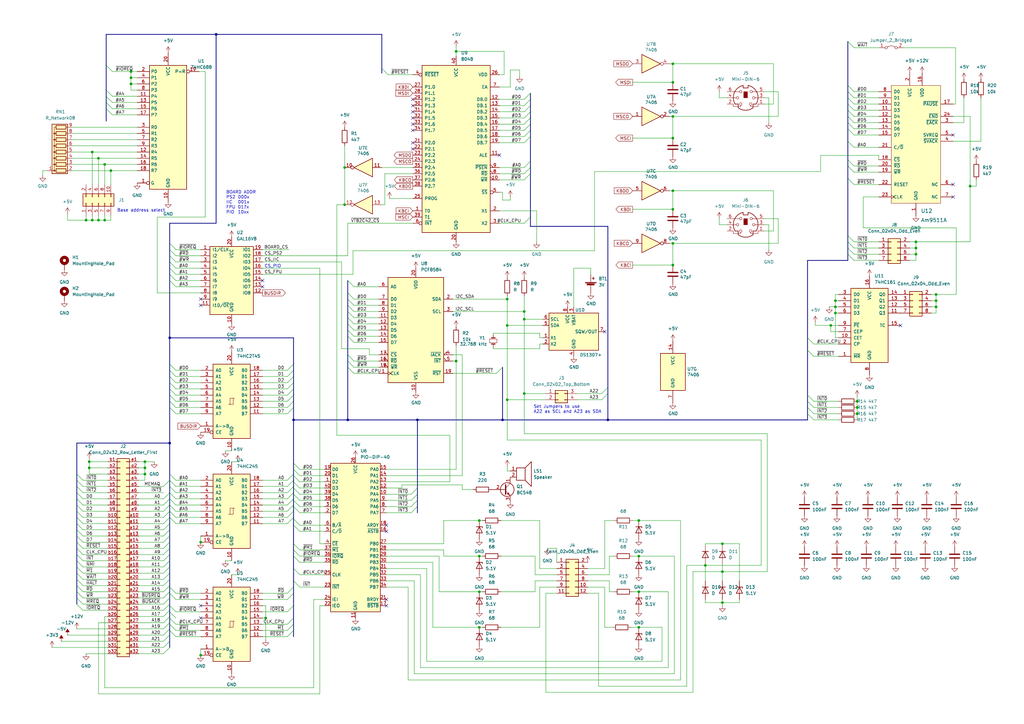
<source format=kicad_sch>
(kicad_sch (version 20211123) (generator eeschema)
  (paper "A3")
  (title_block (title "Z8C MIO Board") (date "2022-10-10") (rev "2") (comment 1 "Multi I/O Board for Z8C") (comment 2 "Interrupt-Controller, GPIO, PS2, I2C, RTC, FPU/APU and Speaker"))
  (junction (at 351.536 167.132))
  (junction (at 351.536 169.672))
  (junction (at 208.026 122.682))
  (junction (at 141.351 83.947))
  (junction (at 196.596 242.697))
  (junction (at 59.436 194.437))
  (junction (at 296.291 223.012))
  (junction (at 171.196 172.212))
  (junction (at 351.536 164.592))
  (junction (at 275.971 33.782))
  (junction (at 262.001 228.092))
  (junction (at 88.646 14.097))
  (junction (at 206.121 172.212))
  (junction (at 275.971 108.712))
  (junction (at 249.301 172.212))
  (junction (at 82.296 268.732))
  (junction (at 296.291 247.142))
  (junction (at 262.001 242.697))
  (junction (at 37.846 62.357))
  (junction (at 262.001 213.487))
  (junction (at 342.646 125.857))
  (junction (at 375.666 104.267))
  (junction (at 187.071 21.082))
  (junction (at 275.971 99.822))
  (junction (at 275.971 85.852))
  (junction (at 69.596 138.557))
  (junction (at 275.971 56.642))
  (junction (at 40.386 64.897))
  (junction (at 208.026 133.477))
  (junction (at 215.011 127.762))
  (junction (at 187.071 148.082))
  (junction (at 342.646 123.317))
  (junction (at 35.306 90.297))
  (junction (at 42.926 67.437))
  (junction (at 275.971 78.232))
  (junction (at 37.846 90.297))
  (junction (at 383.921 125.857))
  (junction (at 45.466 69.977))
  (junction (at 108.966 253.492))
  (junction (at 289.306 231.902))
  (junction (at 141.351 68.707))
  (junction (at 196.596 213.487))
  (junction (at 275.971 26.162))
  (junction (at 42.926 90.297))
  (junction (at 59.436 189.357))
  (junction (at 375.666 99.187))
  (junction (at 208.026 163.957))
  (junction (at 69.596 181.737))
  (junction (at 196.596 228.092))
  (junction (at 36.576 189.357))
  (junction (at 82.296 222.377))
  (junction (at 383.921 123.317))
  (junction (at 340.741 133.477))
  (junction (at 142.621 172.212))
  (junction (at 342.646 128.397))
  (junction (at 262.001 257.302))
  (junction (at 215.011 130.937))
  (junction (at 196.596 257.302))
  (junction (at 275.971 47.752))
  (junction (at 36.576 191.897))
  (junction (at 53.721 31.877))
  (junction (at 296.291 234.442))
  (junction (at 397.891 76.327))
  (junction (at 120.396 172.212))
  (junction (at 40.386 90.297))
  (junction (at 59.436 191.897))
  (junction (at 53.721 34.417))
  (junction (at 383.921 120.777))
  (junction (at 215.011 161.417))
  (junction (at 375.666 101.727))
  (junction (at 53.721 29.337))
  (no_connect (at 82.296 122.682))
  (no_connect (at 82.296 125.222))
  (no_connect (at 158.496 215.392))
  (no_connect (at 158.496 217.932))
  (no_connect (at 158.496 245.872))
  (no_connect (at 158.496 248.412))
  (no_connect (at 107.696 115.062))
  (no_connect (at 107.696 117.602))
  (no_connect (at 390.906 75.692))
  (no_connect (at 390.906 80.772))
  (no_connect (at 390.906 55.372))
  (no_connect (at 169.291 45.847))
  (no_connect (at 169.291 61.087))
  (no_connect (at 169.291 58.547))
  (no_connect (at 82.296 253.492))
  (no_connect (at 82.296 248.412))
  (no_connect (at 169.291 40.767))
  (no_connect (at 369.316 133.477))
  (no_connect (at 169.291 48.387))
  (no_connect (at 169.291 43.307))
  (no_connect (at 248.031 136.017))
  (no_connect (at 204.851 63.627))
  (no_connect (at 169.291 50.927))
  (no_connect (at 169.291 53.467))
  (bus_entry (at 331.216 162.052) (size 2.54 2.54))
  (bus_entry (at 34.036 212.217) (size -2.54 -2.54))
  (bus_entry (at 69.596 219.837) (size -2.54 2.54))
  (bus_entry (at 145.161 125.222) (size -2.54 -2.54))
  (bus_entry (at 142.621 148.082) (size 2.54 2.54))
  (bus_entry (at 72.136 164.592) (size -2.54 -2.54))
  (bus_entry (at 117.856 164.592) (size 2.54 -2.54))
  (bus_entry (at 350.266 45.212) (size -2.54 -2.54))
  (bus_entry (at 120.396 207.137) (size -2.54 2.54))
  (bus_entry (at 31.496 222.377) (size 2.54 2.54))
  (bus_entry (at 120.396 238.252) (size 2.54 2.54))
  (bus_entry (at 122.936 210.312) (size -2.54 -2.54))
  (bus_entry (at 217.551 68.707) (size -2.54 2.54))
  (bus_entry (at 34.036 207.137) (size -2.54 -2.54))
  (bus_entry (at 69.596 257.937) (size -2.54 2.54))
  (bus_entry (at 122.936 197.612) (size -2.54 -2.54))
  (bus_entry (at 69.596 242.697) (size -2.54 2.54))
  (bus_entry (at 69.596 245.237) (size -2.54 2.54))
  (bus_entry (at 171.196 207.772) (size -2.54 2.54))
  (bus_entry (at 215.011 43.307) (size 2.54 -2.54))
  (bus_entry (at 69.596 104.902) (size 2.54 2.54))
  (bus_entry (at 72.136 151.892) (size -2.54 -2.54))
  (bus_entry (at 43.561 26.797) (size 2.54 2.54))
  (bus_entry (at 43.561 36.957) (size 2.54 2.54))
  (bus_entry (at 215.011 56.007) (size 2.54 -2.54))
  (bus_entry (at 156.591 28.067) (size 2.54 2.54))
  (bus_entry (at 120.396 199.517) (size -2.54 2.54))
  (bus_entry (at 350.266 37.592) (size -2.54 -2.54))
  (bus_entry (at 117.856 169.672) (size 2.54 -2.54))
  (bus_entry (at 122.936 202.692) (size -2.54 -2.54))
  (bus_entry (at 347.726 68.072) (size 2.54 2.54))
  (bus_entry (at 69.596 202.057) (size 2.54 2.54))
  (bus_entry (at 142.621 115.062) (size 2.54 2.54))
  (bus_entry (at 69.596 202.057) (size -2.54 2.54))
  (bus_entry (at 120.396 223.012) (size 2.54 2.54))
  (bus_entry (at 350.266 55.372) (size -2.54 -2.54))
  (bus_entry (at 331.216 143.637) (size 2.54 2.54))
  (bus_entry (at 120.396 243.332) (size -2.54 2.54))
  (bus_entry (at 69.596 199.517) (size 2.54 2.54))
  (bus_entry (at 347.726 73.152) (size 2.54 2.54))
  (bus_entry (at 69.596 212.217) (size 2.54 2.54))
  (bus_entry (at 249.301 161.417) (size -2.54 2.54))
  (bus_entry (at 34.036 209.677) (size -2.54 -2.54))
  (bus_entry (at 215.011 53.467) (size 2.54 -2.54))
  (bus_entry (at 69.596 227.457) (size -2.54 2.54))
  (bus_entry (at 120.396 204.597) (size -2.54 2.54))
  (bus_entry (at 142.621 145.542) (size 2.54 2.54))
  (bus_entry (at 69.596 258.572) (size 2.54 2.54))
  (bus_entry (at 31.496 227.457) (size 2.54 2.54))
  (bus_entry (at 215.011 40.767) (size 2.54 -2.54))
  (bus_entry (at 72.136 167.132) (size -2.54 -2.54))
  (bus_entry (at 145.161 135.382) (size -2.54 -2.54))
  (bus_entry (at 31.496 237.617) (size 2.54 2.54))
  (bus_entry (at 347.726 57.912) (size 2.54 2.54))
  (bus_entry (at 145.161 130.302) (size -2.54 -2.54))
  (bus_entry (at 69.596 207.137) (size -2.54 2.54))
  (bus_entry (at 31.496 235.077) (size 2.54 2.54))
  (bus_entry (at 72.136 169.672) (size -2.54 -2.54))
  (bus_entry (at 350.266 47.752) (size -2.54 -2.54))
  (bus_entry (at 69.596 232.537) (size -2.54 2.54))
  (bus_entry (at 72.136 159.512) (size -2.54 -2.54))
  (bus_entry (at 117.856 156.972) (size 2.54 -2.54))
  (bus_entry (at 347.726 96.647) (size 2.54 2.54))
  (bus_entry (at 69.596 240.157) (size -2.54 2.54))
  (bus_entry (at 120.396 228.092) (size 2.54 2.54))
  (bus_entry (at 69.596 224.917) (size -2.54 2.54))
  (bus_entry (at 69.596 247.777) (size -2.54 2.54))
  (bus_entry (at 69.596 250.317) (size -2.54 2.54))
  (bus_entry (at 145.161 140.462) (size -2.54 -2.54))
  (bus_entry (at 69.596 204.597) (size -2.54 2.54))
  (bus_entry (at 72.136 154.432) (size -2.54 -2.54))
  (bus_entry (at 217.551 71.247) (size -2.54 2.54))
  (bus_entry (at 122.936 200.152) (size -2.54 -2.54))
  (bus_entry (at 331.216 169.672) (size 2.54 2.54))
  (bus_entry (at 331.216 167.132) (size 2.54 2.54))
  (bus_entry (at 347.726 101.727) (size 2.54 2.54))
  (bus_entry (at 331.216 138.557) (size 2.54 2.54))
  (bus_entry (at 69.596 237.617) (size -2.54 2.54))
  (bus_entry (at 215.011 45.847) (size 2.54 -2.54))
  (bus_entry (at 206.121 150.622) (size -2.54 2.54))
  (bus_entry (at 72.136 156.972) (size -2.54 -2.54))
  (bus_entry (at 350.266 52.832) (size -2.54 -2.54))
  (bus_entry (at 69.596 250.952) (size 2.54 2.54))
  (bus_entry (at 69.596 248.412) (size 2.54 2.54))
  (bus_entry (at 117.856 162.052) (size 2.54 -2.54))
  (bus_entry (at 145.161 127.762) (size -2.54 -2.54))
  (bus_entry (at 350.266 40.132) (size -2.54 -2.54))
  (bus_entry (at 31.496 199.517) (size 2.54 2.54))
  (bus_entry (at 31.496 194.437) (size 2.54 2.54))
  (bus_entry (at 31.496 196.977) (size 2.54 2.54))
  (bus_entry (at 72.136 162.052) (size -2.54 -2.54))
  (bus_entry (at 142.621 150.622) (size 2.54 2.54))
  (bus_entry (at 122.936 207.772) (size -2.54 -2.54))
  (bus_entry (at 69.596 109.982) (size 2.54 2.54))
  (bus_entry (at 34.036 204.597) (size -2.54 -2.54))
  (bus_entry (at 69.596 102.362) (size 2.54 2.54))
  (bus_entry (at 34.036 217.297) (size -2.54 -2.54))
  (bus_entry (at 31.496 242.697) (size 2.54 2.54))
  (bus_entry (at 122.936 195.072) (size -2.54 -2.54))
  (bus_entry (at 249.301 158.877) (size -2.54 2.54))
  (bus_entry (at 69.596 212.217) (size -2.54 2.54))
  (bus_entry (at 69.596 204.597) (size 2.54 2.54))
  (bus_entry (at 31.496 229.997) (size 2.54 2.54))
  (bus_entry (at 120.396 256.032) (size -2.54 2.54))
  (bus_entry (at 69.596 263.017) (size -2.54 2.54))
  (bus_entry (at 347.726 104.267) (size 2.54 2.54))
  (bus_entry (at 69.596 235.077) (size -2.54 2.54))
  (bus_entry (at 43.561 39.497) (size 2.54 2.54))
  (bus_entry (at 120.396 202.057) (size -2.54 2.54))
  (bus_entry (at 117.856 159.512) (size 2.54 -2.54))
  (bus_entry (at 217.551 66.167) (size -2.54 2.54))
  (bus_entry (at 171.196 200.152) (size -2.54 2.54))
  (bus_entry (at 31.496 245.237) (size 2.54 2.54))
  (bus_entry (at 171.196 202.692) (size -2.54 2.54))
  (bus_entry (at 120.396 240.792) (size -2.54 2.54))
  (bus_entry (at 43.561 42.037) (size 2.54 2.54))
  (bus_entry (at 347.726 99.187) (size 2.54 2.54))
  (bus_entry (at 347.726 65.532) (size 2.54 2.54))
  (bus_entry (at 69.596 240.792) (size 2.54 2.54))
  (bus_entry (at 31.496 247.777) (size 2.54 2.54))
  (bus_entry (at 69.596 260.477) (size -2.54 2.54))
  (bus_entry (at 69.596 209.677) (size -2.54 2.54))
  (bus_entry (at 69.596 217.297) (size -2.54 2.54))
  (bus_entry (at 120.396 209.677) (size -2.54 2.54))
  (bus_entry (at 69.596 115.062) (size 2.54 2.54))
  (bus_entry (at 120.396 225.552) (size 2.54 2.54))
  (bus_entry (at 69.596 107.442) (size 2.54 2.54))
  (bus_entry (at 69.596 265.557) (size -2.54 2.54))
  (bus_entry (at 145.161 132.842) (size -2.54 -2.54))
  (bus_entry (at 122.936 192.532) (size -2.54 -2.54))
  (bus_entry (at 69.596 214.757) (size -2.54 2.54))
  (bus_entry (at 215.011 50.927) (size 2.54 -2.54))
  (bus_entry (at 43.561 44.577) (size 2.54 2.54))
  (bus_entry (at 34.036 219.837) (size -2.54 -2.54))
  (bus_entry (at 69.596 255.397) (size -2.54 2.54))
  (bus_entry (at 117.856 154.432) (size 2.54 -2.54))
  (bus_entry (at 120.396 194.437) (size -2.54 2.54))
  (bus_entry (at 69.596 243.332) (size 2.54 2.54))
  (bus_entry (at 120.396 196.977) (size -2.54 2.54))
  (bus_entry (at 120.396 233.172) (size 2.54 2.54))
  (bus_entry (at 120.396 212.217) (size -2.54 2.54))
  (bus_entry (at 350.266 42.672) (size -2.54 -2.54))
  (bus_entry (at 31.496 224.917) (size 2.54 2.54))
  (bus_entry (at 34.036 214.757) (size -2.54 -2.54))
  (bus_entry (at 69.596 194.437) (size 2.54 2.54))
  (bus_entry (at 69.596 207.137) (size 2.54 2.54))
  (bus_entry (at 31.496 240.157) (size 2.54 2.54))
  (bus_entry (at 69.596 252.857) (size -2.54 2.54))
  (bus_entry (at 120.396 258.572) (size -2.54 2.54))
  (bus_entry (at 117.856 167.132) (size 2.54 -2.54))
  (bus_entry (at 217.551 89.027) (size -2.54 2.54))
  (bus_entry (at 69.596 99.822) (size 2.54 2.54))
  (bus_entry (at 331.216 164.592) (size 2.54 2.54))
  (bus_entry (at 69.596 229.997) (size -2.54 2.54))
  (bus_entry (at 120.396 253.492) (size -2.54 2.54))
  (bus_entry (at 215.011 48.387) (size 2.54 -2.54))
  (bus_entry (at 69.596 222.377) (size -2.54 2.54))
  (bus_entry (at 350.266 50.292) (size -2.54 -2.54))
  (bus_entry (at 120.396 248.412) (size -2.54 2.54))
  (bus_entry (at 120.396 212.852) (size 2.54 2.54))
  (bus_entry (at 69.596 256.032) (size 2.54 2.54))
  (bus_entry (at 69.596 209.677) (size 2.54 2.54))
  (bus_entry (at 145.161 122.682) (size -2.54 -2.54))
  (bus_entry (at 171.196 205.232) (size -2.54 2.54))
  (bus_entry (at 67.056 199.517) (size 2.54 -2.54))
  (bus_entry (at 120.396 215.392) (size 2.54 2.54))
  (bus_entry (at 69.596 112.522) (size 2.54 2.54))
  (bus_entry (at 69.596 253.492) (size 2.54 2.54))
  (bus_entry (at 69.596 196.977) (size 2.54 2.54))
  (bus_entry (at 215.011 58.547) (size 2.54 -2.54))
  (bus_entry (at 31.496 232.537) (size 2.54 2.54))
  (bus_entry (at 122.936 205.232) (size -2.54 -2.54))
  (bus_entry (at 34.036 222.377) (size -2.54 -2.54))
  (bus_entry (at 347.726 17.018) (size 2.54 2.54))
  (bus_entry (at 145.161 137.922) (size -2.54 -2.54))
  (bus_entry (at 117.856 151.892) (size 2.54 -2.54))
  (bus (pts (xy 347.726 99.187) (xy 347.726 101.727)))
  (bus (pts (xy 31.496 219.837) (xy 31.496 217.297)))
  (wire (pts (xy 383.921 128.397) (xy 383.921 125.857)))
  (wire (pts (xy 72.136 199.517) (xy 82.296 199.517)))
  (bus (pts (xy 31.496 242.697) (xy 31.496 245.237)))
  (wire (pts (xy 67.056 245.237) (xy 56.896 245.237)))
  (wire (pts (xy 289.306 245.872) (xy 289.306 247.142)))
  (wire (pts (xy 117.856 162.052) (xy 107.696 162.052)))
  (bus (pts (xy 69.596 167.132) (xy 69.596 181.737)))
  (wire (pts (xy 72.136 164.592) (xy 82.296 164.592)))
  (bus (pts (xy 69.596 255.397) (xy 69.596 253.492)))
  (wire (pts (xy 206.756 21.082) (xy 206.756 30.607)))
  (wire (pts (xy 158.496 225.552) (xy 181.991 225.552)))
  (wire (pts (xy 249.936 228.092) (xy 251.841 228.092)))
  (bus (pts (xy 142.621 137.922) (xy 142.621 145.542)))
  (wire (pts (xy 72.136 245.872) (xy 82.296 245.872)))
  (wire (pts (xy 122.936 215.392) (xy 133.096 215.392)))
  (bus (pts (xy 347.726 52.832) (xy 347.726 57.912)))
  (wire (pts (xy 72.136 102.362) (xy 82.296 102.362)))
  (wire (pts (xy 34.036 212.217) (xy 44.196 212.217)))
  (wire (pts (xy 215.011 91.567) (xy 204.851 91.567)))
  (wire (pts (xy 221.361 138.557) (xy 221.361 136.652)))
  (bus (pts (xy 249.301 158.877) (xy 249.301 92.837)))
  (wire (pts (xy 275.971 78.232) (xy 317.246 78.232)))
  (wire (pts (xy 208.026 180.467) (xy 312.166 180.467)))
  (wire (pts (xy 342.646 128.397) (xy 342.646 125.857)))
  (wire (pts (xy 42.926 252.857) (xy 42.926 282.067)))
  (bus (pts (xy 331.216 138.557) (xy 331.216 106.807)))
  (bus (pts (xy 120.396 205.232) (xy 120.396 204.597)))
  (wire (pts (xy 391.922 19.558) (xy 370.586 19.558)))
  (bus (pts (xy 347.726 104.267) (xy 347.726 106.807)))
  (wire (pts (xy 29.591 52.197) (xy 56.261 52.197)))
  (wire (pts (xy 142.621 91.567) (xy 169.291 91.567)))
  (wire (pts (xy 235.331 125.857) (xy 235.331 109.982)))
  (wire (pts (xy 141.351 83.947) (xy 138.176 83.947)))
  (wire (pts (xy 168.656 202.692) (xy 158.496 202.692)))
  (bus (pts (xy 120.396 202.057) (xy 120.396 200.152)))
  (wire (pts (xy 34.036 224.917) (xy 44.196 224.917)))
  (bus (pts (xy 120.396 194.437) (xy 120.396 195.072)))
  (bus (pts (xy 142.621 150.622) (xy 142.621 172.212)))
  (wire (pts (xy 172.466 235.712) (xy 172.466 273.812)))
  (wire (pts (xy 220.091 86.487) (xy 204.851 86.487)))
  (wire (pts (xy 67.056 217.297) (xy 56.896 217.297)))
  (wire (pts (xy 45.466 69.977) (xy 45.466 75.692)))
  (wire (pts (xy 117.856 196.977) (xy 107.696 196.977)))
  (wire (pts (xy 317.246 26.162) (xy 317.246 42.672)))
  (wire (pts (xy 215.011 56.007) (xy 204.851 56.007)))
  (wire (pts (xy 117.856 167.132) (xy 107.696 167.132)))
  (wire (pts (xy 313.436 92.202) (xy 315.341 92.202)))
  (wire (pts (xy 219.456 238.252) (xy 228.346 238.252)))
  (wire (pts (xy 382.016 128.397) (xy 383.921 128.397)))
  (wire (pts (xy 34.036 214.757) (xy 44.196 214.757)))
  (wire (pts (xy 40.386 64.897) (xy 56.261 64.897)))
  (wire (pts (xy 375.666 104.267) (xy 375.666 101.727)))
  (wire (pts (xy 215.011 127.762) (xy 215.011 130.937)))
  (wire (pts (xy 44.196 191.897) (xy 36.576 191.897)))
  (wire (pts (xy 315.341 92.202) (xy 315.341 102.362)))
  (wire (pts (xy 213.106 28.702) (xy 213.106 31.242)))
  (bus (pts (xy 69.596 237.617) (xy 69.596 235.077)))
  (wire (pts (xy 122.936 207.772) (xy 133.096 207.772)))
  (bus (pts (xy 347.726 45.212) (xy 347.726 42.672)))
  (wire (pts (xy 350.266 99.187) (xy 360.426 99.187)))
  (wire (pts (xy 107.696 104.902) (xy 142.621 104.902)))
  (wire (pts (xy 281.686 281.432) (xy 281.686 231.902)))
  (bus (pts (xy 142.621 145.542) (xy 142.621 148.082)))
  (wire (pts (xy 354.076 93.472) (xy 354.076 80.772)))
  (wire (pts (xy 317.246 94.742) (xy 313.436 94.742)))
  (wire (pts (xy 245.491 243.332) (xy 245.491 281.432)))
  (wire (pts (xy 42.926 67.437) (xy 42.926 75.692)))
  (wire (pts (xy 131.191 248.412) (xy 133.096 248.412)))
  (bus (pts (xy 69.596 224.917) (xy 69.596 222.377)))
  (bus (pts (xy 217.551 43.307) (xy 217.551 45.847)))
  (bus (pts (xy 120.396 233.172) (xy 120.396 238.252)))
  (bus (pts (xy 120.396 256.032) (xy 120.396 258.572)))
  (wire (pts (xy 158.496 238.252) (xy 169.926 238.252)))
  (bus (pts (xy 43.561 39.497) (xy 43.561 36.957)))
  (bus (pts (xy 249.301 161.417) (xy 249.301 172.212)))
  (bus (pts (xy 69.596 252.857) (xy 69.596 250.952)))
  (wire (pts (xy 342.646 128.397) (xy 342.646 138.557)))
  (wire (pts (xy 333.756 164.592) (xy 343.916 164.592)))
  (bus (pts (xy 69.596 232.537) (xy 69.596 229.997)))
  (wire (pts (xy 314.706 177.927) (xy 314.706 234.442)))
  (wire (pts (xy 67.056 219.837) (xy 56.896 219.837)))
  (wire (pts (xy 350.266 42.672) (xy 360.426 42.672)))
  (wire (pts (xy 276.606 276.352) (xy 276.606 228.092)))
  (wire (pts (xy 375.666 101.727) (xy 375.666 99.187)))
  (wire (pts (xy 296.291 245.872) (xy 296.291 247.142)))
  (bus (pts (xy 347.726 37.592) (xy 347.726 40.132)))
  (wire (pts (xy 276.606 228.092) (xy 262.001 228.092)))
  (bus (pts (xy 31.496 199.517) (xy 31.496 202.057)))
  (wire (pts (xy 215.011 53.467) (xy 204.851 53.467)))
  (wire (pts (xy 72.136 202.057) (xy 82.296 202.057)))
  (bus (pts (xy 69.596 149.352) (xy 69.596 151.892)))
  (wire (pts (xy 59.436 194.437) (xy 59.436 191.897)))
  (bus (pts (xy 347.726 101.727) (xy 347.726 104.267)))
  (wire (pts (xy 219.456 228.092) (xy 219.456 235.712)))
  (wire (pts (xy 145.161 135.382) (xy 155.321 135.382)))
  (bus (pts (xy 249.301 172.212) (xy 206.121 172.212)))
  (wire (pts (xy 46.101 44.577) (xy 56.261 44.577)))
  (wire (pts (xy 258.826 257.302) (xy 262.001 257.302)))
  (wire (pts (xy 351.536 164.592) (xy 351.536 167.132)))
  (bus (pts (xy 69.596 154.432) (xy 69.596 156.972)))
  (wire (pts (xy 167.386 240.792) (xy 167.386 278.892)))
  (wire (pts (xy 36.576 191.897) (xy 36.576 194.437)))
  (wire (pts (xy 350.266 60.452) (xy 360.426 60.452)))
  (wire (pts (xy 245.491 281.432) (xy 281.686 281.432)))
  (wire (pts (xy 221.361 257.302) (xy 221.361 240.792)))
  (wire (pts (xy 117.856 207.137) (xy 107.696 207.137)))
  (wire (pts (xy 196.596 257.302) (xy 197.866 257.302)))
  (wire (pts (xy 295.021 89.662) (xy 295.021 92.202)))
  (wire (pts (xy 158.496 233.172) (xy 175.006 233.172)))
  (bus (pts (xy 69.596 91.567) (xy 69.596 99.822)))
  (bus (pts (xy 88.646 14.097) (xy 156.591 14.097)))
  (bus (pts (xy 69.596 107.442) (xy 69.596 109.982)))
  (wire (pts (xy 34.036 240.157) (xy 44.196 240.157)))
  (bus (pts (xy 142.621 130.302) (xy 142.621 127.762)))
  (wire (pts (xy 34.036 209.677) (xy 44.196 209.677)))
  (wire (pts (xy 340.741 133.477) (xy 343.916 133.477)))
  (bus (pts (xy 31.496 207.137) (xy 31.496 204.597)))
  (bus (pts (xy 217.551 48.387) (xy 217.551 45.847)))
  (wire (pts (xy 67.056 247.777) (xy 56.896 247.777)))
  (wire (pts (xy 223.901 283.972) (xy 284.226 283.972)))
  (bus (pts (xy 249.301 172.212) (xy 331.216 172.212)))
  (wire (pts (xy 275.971 99.822) (xy 275.971 108.712)))
  (wire (pts (xy 34.036 199.517) (xy 44.196 199.517)))
  (bus (pts (xy 120.396 212.217) (xy 120.396 212.852)))
  (wire (pts (xy 36.576 191.897) (xy 36.576 189.357)))
  (wire (pts (xy 189.611 195.072) (xy 189.611 145.542)))
  (wire (pts (xy 67.056 229.997) (xy 56.896 229.997)))
  (wire (pts (xy 209.296 35.687) (xy 209.296 28.702)))
  (bus (pts (xy 43.561 44.577) (xy 43.561 49.657)))
  (wire (pts (xy 185.801 122.682) (xy 208.026 122.682)))
  (wire (pts (xy 145.161 140.462) (xy 155.321 140.462)))
  (wire (pts (xy 40.386 255.397) (xy 40.386 284.607)))
  (wire (pts (xy 67.056 235.077) (xy 56.896 235.077)))
  (wire (pts (xy 72.136 107.442) (xy 82.296 107.442)))
  (wire (pts (xy 383.921 125.857) (xy 382.016 125.857)))
  (wire (pts (xy 145.161 125.222) (xy 155.321 125.222)))
  (bus (pts (xy 31.496 219.837) (xy 31.496 222.377)))
  (wire (pts (xy 117.856 202.057) (xy 107.696 202.057)))
  (wire (pts (xy 59.436 189.357) (xy 63.246 189.357)))
  (wire (pts (xy 158.496 192.532) (xy 187.071 192.532)))
  (wire (pts (xy 169.926 238.252) (xy 169.926 276.352)))
  (wire (pts (xy 35.306 268.097) (xy 44.196 268.097)))
  (wire (pts (xy 46.101 47.117) (xy 56.261 47.117)))
  (wire (pts (xy 289.306 247.142) (xy 296.291 247.142)))
  (wire (pts (xy 221.361 240.792) (xy 228.346 240.792)))
  (bus (pts (xy 171.196 172.212) (xy 171.196 200.152)))
  (wire (pts (xy 42.926 88.392) (xy 42.926 90.297)))
  (wire (pts (xy 350.266 47.752) (xy 360.426 47.752)))
  (bus (pts (xy 142.621 135.382) (xy 142.621 132.842)))
  (wire (pts (xy 184.531 197.612) (xy 158.496 197.612)))
  (bus (pts (xy 69.596 258.572) (xy 69.596 257.937)))
  (wire (pts (xy 275.971 47.752) (xy 275.971 56.642)))
  (wire (pts (xy 72.136 104.902) (xy 82.296 104.902)))
  (bus (pts (xy 171.196 200.152) (xy 171.196 202.692)))
  (wire (pts (xy 72.136 250.952) (xy 82.296 250.952)))
  (wire (pts (xy 181.991 213.487) (xy 181.991 223.012)))
  (wire (pts (xy 220.091 99.187) (xy 220.091 86.487)))
  (wire (pts (xy 248.031 233.172) (xy 241.046 233.172)))
  (wire (pts (xy 202.311 143.002) (xy 221.361 143.002)))
  (bus (pts (xy 142.621 122.682) (xy 142.621 125.222)))
  (bus (pts (xy 43.561 44.577) (xy 43.561 42.037)))
  (bus (pts (xy 69.596 109.982) (xy 69.596 112.522)))
  (wire (pts (xy 117.856 159.512) (xy 107.696 159.512)))
  (bus (pts (xy 347.726 40.132) (xy 347.726 42.672)))
  (wire (pts (xy 215.011 130.937) (xy 222.631 130.937)))
  (bus (pts (xy 120.396 200.152) (xy 120.396 199.517)))
  (wire (pts (xy 360.426 63.754) (xy 360.426 65.532)))
  (bus (pts (xy 347.726 35.052) (xy 347.726 37.592)))
  (wire (pts (xy 36.576 189.357) (xy 44.196 189.357)))
  (wire (pts (xy 392.176 93.472) (xy 354.076 93.472)))
  (wire (pts (xy 84.201 29.337) (xy 81.661 29.337)))
  (wire (pts (xy 395.351 50.292) (xy 395.351 40.132)))
  (wire (pts (xy 259.461 242.697) (xy 262.001 242.697)))
  (wire (pts (xy 241.046 243.332) (xy 245.491 243.332)))
  (bus (pts (xy 120.396 209.677) (xy 120.396 212.217)))
  (bus (pts (xy 120.396 167.132) (xy 120.396 172.212)))
  (bus (pts (xy 69.596 207.137) (xy 69.596 204.597)))
  (bus (pts (xy 217.551 53.467) (xy 217.551 50.927)))
  (bus (pts (xy 69.596 257.937) (xy 69.596 256.032)))
  (wire (pts (xy 295.021 40.132) (xy 298.196 40.132)))
  (wire (pts (xy 336.55 63.754) (xy 360.426 63.754)))
  (wire (pts (xy 29.591 62.357) (xy 37.846 62.357)))
  (bus (pts (xy 120.396 138.557) (xy 120.396 149.352)))
  (wire (pts (xy 350.266 70.612) (xy 360.426 70.612)))
  (bus (pts (xy 347.726 96.647) (xy 347.726 99.187)))
  (wire (pts (xy 36.576 194.437) (xy 44.196 194.437)))
  (wire (pts (xy 158.496 195.072) (xy 189.611 195.072)))
  (wire (pts (xy 29.591 69.977) (xy 45.466 69.977)))
  (bus (pts (xy 347.726 17.018) (xy 347.726 35.052)))
  (bus (pts (xy 69.596 243.332) (xy 69.596 245.237)))
  (wire (pts (xy 221.361 233.172) (xy 228.346 233.172)))
  (wire (pts (xy 29.591 64.897) (xy 40.386 64.897)))
  (wire (pts (xy 158.496 230.632) (xy 177.546 230.632)))
  (bus (pts (xy 69.596 196.977) (xy 69.596 199.517)))
  (wire (pts (xy 145.161 132.842) (xy 155.321 132.842)))
  (wire (pts (xy 82.296 120.142) (xy 64.516 120.142)))
  (wire (pts (xy 34.036 227.457) (xy 44.196 227.457)))
  (bus (pts (xy 331.216 106.807) (xy 347.726 106.807)))
  (wire (pts (xy 117.856 209.677) (xy 107.696 209.677)))
  (wire (pts (xy 133.096 223.012) (xy 131.191 223.012)))
  (bus (pts (xy 31.496 181.737) (xy 69.596 181.737)))
  (wire (pts (xy 169.291 71.247) (xy 157.861 71.247)))
  (wire (pts (xy 72.136 156.972) (xy 82.296 156.972)))
  (wire (pts (xy 248.031 257.302) (xy 248.031 240.792)))
  (wire (pts (xy 157.861 71.247) (xy 157.861 83.947)))
  (bus (pts (xy 142.621 115.062) (xy 142.621 120.142)))
  (bus (pts (xy 69.596 194.437) (xy 69.596 196.977)))
  (wire (pts (xy 128.651 245.872) (xy 133.096 245.872)))
  (wire (pts (xy 141.351 59.817) (xy 141.351 68.707)))
  (bus (pts (xy 69.596 104.902) (xy 69.596 107.442)))
  (bus (pts (xy 120.396 238.252) (xy 120.396 240.792)))
  (bus (pts (xy 31.496 224.917) (xy 31.496 227.457)))
  (wire (pts (xy 144.78 112.522) (xy 144.78 102.87)))
  (bus (pts (xy 69.596 260.477) (xy 69.596 258.572)))
  (wire (pts (xy 350.266 104.267) (xy 360.426 104.267)))
  (bus (pts (xy 120.396 196.977) (xy 120.396 197.612)))
  (wire (pts (xy 72.136 169.672) (xy 82.296 169.672)))
  (bus (pts (xy 217.551 40.767) (xy 217.551 43.307)))
  (wire (pts (xy 215.011 48.387) (xy 204.851 48.387)))
  (wire (pts (xy 144.78 102.87) (xy 243.84 102.87)))
  (wire (pts (xy 228.346 243.332) (xy 223.901 243.332)))
  (wire (pts (xy 215.011 58.547) (xy 204.851 58.547)))
  (wire (pts (xy 59.436 191.897) (xy 59.436 189.357)))
  (wire (pts (xy 159.766 81.407) (xy 169.291 81.407)))
  (wire (pts (xy 281.686 231.902) (xy 289.306 231.902)))
  (wire (pts (xy 382.016 120.777) (xy 383.921 120.777)))
  (wire (pts (xy 208.026 133.477) (xy 208.026 163.957)))
  (wire (pts (xy 34.036 219.837) (xy 44.196 219.837)))
  (wire (pts (xy 72.136 196.977) (xy 82.296 196.977)))
  (wire (pts (xy 122.936 235.712) (xy 133.096 235.712)))
  (bus (pts (xy 69.596 248.412) (xy 69.596 247.777)))
  (wire (pts (xy 317.246 78.232) (xy 317.246 94.742)))
  (wire (pts (xy 72.136 162.052) (xy 82.296 162.052)))
  (bus (pts (xy 120.396 167.132) (xy 120.396 164.592)))
  (wire (pts (xy 122.936 192.532) (xy 133.096 192.532)))
  (wire (pts (xy 67.056 263.017) (xy 56.896 263.017)))
  (bus (pts (xy 120.396 243.332) (xy 120.396 248.412)))
  (wire (pts (xy 117.856 204.597) (xy 107.696 204.597)))
  (wire (pts (xy 64.516 89.027) (xy 84.201 89.027)))
  (bus (pts (xy 88.646 91.567) (xy 88.646 14.097)))
  (bus (pts (xy 156.591 14.097) (xy 156.591 28.067)))
  (wire (pts (xy 145.161 127.762) (xy 155.321 127.762)))
  (wire (pts (xy 181.991 225.552) (xy 181.991 228.092)))
  (wire (pts (xy 208.026 163.957) (xy 223.901 163.957)))
  (wire (pts (xy 67.056 257.937) (xy 56.896 257.937)))
  (bus (pts (xy 31.496 240.157) (xy 31.496 242.697)))
  (wire (pts (xy 187.071 21.082) (xy 206.756 21.082)))
  (wire (pts (xy 40.386 284.607) (xy 131.191 284.607)))
  (bus (pts (xy 69.596 162.052) (xy 69.596 159.512)))
  (bus (pts (xy 43.561 26.797) (xy 43.561 36.957)))
  (wire (pts (xy 350.266 45.212) (xy 360.426 45.212)))
  (wire (pts (xy 181.991 223.012) (xy 158.496 223.012)))
  (wire (pts (xy 92.456 229.997) (xy 94.996 229.997)))
  (wire (pts (xy 383.921 123.317) (xy 383.921 125.857)))
  (wire (pts (xy 274.066 242.697) (xy 262.001 242.697)))
  (wire (pts (xy 208.026 133.477) (xy 222.631 133.477)))
  (wire (pts (xy 142.621 104.902) (xy 142.621 91.567)))
  (wire (pts (xy 117.856 214.757) (xy 107.696 214.757)))
  (wire (pts (xy 67.056 255.397) (xy 56.896 255.397)))
  (wire (pts (xy 284.226 234.442) (xy 296.291 234.442)))
  (wire (pts (xy 351.536 169.672) (xy 351.536 172.212)))
  (wire (pts (xy 249.936 235.712) (xy 241.046 235.712)))
  (wire (pts (xy 72.136 204.597) (xy 82.296 204.597)))
  (bus (pts (xy 120.396 212.852) (xy 120.396 215.392)))
  (wire (pts (xy 333.756 167.132) (xy 343.916 167.132)))
  (wire (pts (xy 59.436 196.977) (xy 59.436 194.437)))
  (wire (pts (xy 187.071 148.082) (xy 185.801 148.082)))
  (wire (pts (xy 215.011 177.927) (xy 314.706 177.927)))
  (wire (pts (xy 53.721 29.337) (xy 56.261 29.337)))
  (wire (pts (xy 67.056 209.677) (xy 56.896 209.677)))
  (wire (pts (xy 202.311 136.652) (xy 202.311 137.287)))
  (bus (pts (xy 120.396 199.517) (xy 120.396 197.612)))
  (wire (pts (xy 206.756 30.607) (xy 204.851 30.607)))
  (wire (pts (xy 168.656 205.232) (xy 158.496 205.232)))
  (wire (pts (xy 56.896 189.357) (xy 59.436 189.357)))
  (wire (pts (xy 67.056 237.617) (xy 56.896 237.617)))
  (wire (pts (xy 67.056 268.097) (xy 56.896 268.097)))
  (wire (pts (xy 187.071 192.532) (xy 187.071 148.082)))
  (bus (pts (xy 31.496 194.437) (xy 31.496 196.977)))
  (wire (pts (xy 274.701 78.232) (xy 275.971 78.232)))
  (wire (pts (xy 189.611 200.787) (xy 194.056 200.787)))
  (wire (pts (xy 343.916 136.017) (xy 340.741 136.017)))
  (wire (pts (xy 67.056 222.377) (xy 56.896 222.377)))
  (wire (pts (xy 223.901 243.332) (xy 223.901 283.972)))
  (wire (pts (xy 67.056 232.537) (xy 56.896 232.537)))
  (bus (pts (xy 31.496 227.457) (xy 31.496 229.997)))
  (wire (pts (xy 319.151 47.752) (xy 319.151 37.592)))
  (bus (pts (xy 120.396 154.432) (xy 120.396 151.892)))
  (wire (pts (xy 215.011 50.927) (xy 204.851 50.927)))
  (bus (pts (xy 69.596 138.557) (xy 69.596 149.352)))
  (wire (pts (xy 275.971 78.232) (xy 275.971 85.852)))
  (bus (pts (xy 217.551 68.707) (xy 217.551 71.247)))
  (wire (pts (xy 275.971 33.782) (xy 259.461 33.782)))
  (wire (pts (xy 275.971 26.162) (xy 275.971 33.782)))
  (bus (pts (xy 347.726 47.752) (xy 347.726 45.212)))
  (wire (pts (xy 145.161 117.602) (xy 155.321 117.602)))
  (wire (pts (xy 375.666 99.187) (xy 397.891 99.187)))
  (wire (pts (xy 158.496 240.792) (xy 167.386 240.792)))
  (bus (pts (xy 69.596 115.062) (xy 69.596 138.557)))
  (bus (pts (xy 69.596 240.792) (xy 69.596 242.697)))
  (wire (pts (xy 164.846 198.882) (xy 189.611 198.882)))
  (bus (pts (xy 31.496 204.597) (xy 31.496 202.057)))
  (wire (pts (xy 29.591 54.737) (xy 56.261 54.737)))
  (wire (pts (xy 274.701 99.822) (xy 275.971 99.822)))
  (wire (pts (xy 274.066 273.812) (xy 274.066 242.697)))
  (wire (pts (xy 34.036 204.597) (xy 44.196 204.597)))
  (wire (pts (xy 333.756 169.672) (xy 343.916 169.672)))
  (wire (pts (xy 117.856 258.572) (xy 107.696 258.572)))
  (wire (pts (xy 34.036 222.377) (xy 44.196 222.377)))
  (wire (pts (xy 342.646 123.317) (xy 343.916 123.317)))
  (wire (pts (xy 296.291 234.442) (xy 296.291 238.252)))
  (bus (pts (xy 31.496 235.077) (xy 31.496 237.617)))
  (bus (pts (xy 31.496 222.377) (xy 31.496 224.917)))
  (wire (pts (xy 351.536 162.687) (xy 351.536 164.592)))
  (bus (pts (xy 331.216 164.592) (xy 331.216 162.052)))
  (bus (pts (xy 69.596 250.952) (xy 69.596 250.317)))
  (wire (pts (xy 72.136 214.757) (xy 82.296 214.757)))
  (bus (pts (xy 347.726 52.832) (xy 347.726 50.292)))
  (wire (pts (xy 145.161 150.622) (xy 155.321 150.622)))
  (wire (pts (xy 145.161 122.682) (xy 155.321 122.682)))
  (wire (pts (xy 145.161 153.162) (xy 155.321 153.162)))
  (wire (pts (xy 67.056 252.857) (xy 56.896 252.857)))
  (bus (pts (xy 31.496 214.757) (xy 31.496 212.217)))
  (wire (pts (xy 275.971 26.162) (xy 317.246 26.162)))
  (wire (pts (xy 94.996 189.357) (xy 97.536 189.357)))
  (wire (pts (xy 117.856 256.032) (xy 107.696 256.032)))
  (wire (pts (xy 164.846 200.152) (xy 164.846 198.882)))
  (wire (pts (xy 34.036 250.317) (xy 44.196 250.317)))
  (wire (pts (xy 295.021 92.202) (xy 298.196 92.202)))
  (wire (pts (xy 209.296 82.042) (xy 209.296 80.772)))
  (wire (pts (xy 215.011 68.707) (xy 204.851 68.707)))
  (wire (pts (xy 108.966 253.492) (xy 108.966 262.382)))
  (wire (pts (xy 117.856 250.952) (xy 107.696 250.952)))
  (bus (pts (xy 331.216 143.637) (xy 331.216 138.557)))
  (bus (pts (xy 31.496 209.677) (xy 31.496 207.137)))
  (wire (pts (xy 340.106 125.857) (xy 342.646 125.857)))
  (wire (pts (xy 94.996 235.712) (xy 97.536 235.712)))
  (wire (pts (xy 72.136 261.112) (xy 82.296 261.112)))
  (wire (pts (xy 274.701 26.162) (xy 275.971 26.162)))
  (wire (pts (xy 187.071 141.732) (xy 187.071 148.082)))
  (wire (pts (xy 248.031 240.792) (xy 241.046 240.792)))
  (wire (pts (xy 185.801 153.162) (xy 203.581 153.162)))
  (wire (pts (xy 279.146 278.892) (xy 279.146 213.487)))
  (wire (pts (xy 56.261 31.877) (xy 53.721 31.877)))
  (wire (pts (xy 208.026 121.412) (xy 208.026 122.682)))
  (bus (pts (xy 31.496 196.977) (xy 31.496 199.517)))
  (wire (pts (xy 34.036 235.077) (xy 44.196 235.077)))
  (wire (pts (xy 375.666 99.187) (xy 373.126 99.187)))
  (wire (pts (xy 248.031 257.302) (xy 251.206 257.302)))
  (bus (pts (xy 331.216 172.212) (xy 331.216 169.672)))
  (wire (pts (xy 131.191 284.607) (xy 131.191 248.412)))
  (wire (pts (xy 350.266 68.072) (xy 360.426 68.072)))
  (wire (pts (xy 221.361 143.002) (xy 221.361 141.097)))
  (wire (pts (xy 296.291 223.012) (xy 303.276 223.012)))
  (wire (pts (xy 107.696 248.412) (xy 108.966 248.412)))
  (wire (pts (xy 72.136 112.522) (xy 82.296 112.522)))
  (bus (pts (xy 156.591 28.067) (xy 156.591 29.972)))
  (wire (pts (xy 72.136 209.677) (xy 82.296 209.677)))
  (wire (pts (xy 122.936 200.152) (xy 133.096 200.152)))
  (wire (pts (xy 392.176 120.777) (xy 392.176 93.472)))
  (wire (pts (xy 390.906 50.292) (xy 395.351 50.292)))
  (wire (pts (xy 56.261 34.417) (xy 53.721 34.417)))
  (bus (pts (xy 331.216 167.132) (xy 331.216 164.592)))
  (wire (pts (xy 36.576 188.087) (xy 36.576 189.357)))
  (wire (pts (xy 215.011 161.417) (xy 215.011 177.927)))
  (bus (pts (xy 120.396 223.012) (xy 120.396 225.552)))
  (wire (pts (xy 84.201 89.027) (xy 84.201 29.337)))
  (wire (pts (xy 314.706 234.442) (xy 296.291 234.442)))
  (bus (pts (xy 69.596 91.567) (xy 88.646 91.567)))
  (bus (pts (xy 347.726 57.912) (xy 347.726 65.532)))
  (bus (pts (xy 69.596 159.512) (xy 69.596 156.972)))
  (wire (pts (xy 315.341 40.132) (xy 315.341 50.292)))
  (bus (pts (xy 217.551 56.007) (xy 217.551 53.467)))
  (bus (pts (xy 69.596 240.157) (xy 69.596 237.617)))
  (bus (pts (xy 120.396 207.772) (xy 120.396 207.137)))
  (wire (pts (xy 107.696 112.522) (xy 144.78 112.522)))
  (bus (pts (xy 31.496 212.217) (xy 31.496 209.677)))
  (wire (pts (xy 221.361 136.652) (xy 202.311 136.652)))
  (bus (pts (xy 120.396 162.052) (xy 120.396 159.512)))
  (wire (pts (xy 31.496 257.937) (xy 44.196 257.937)))
  (bus (pts (xy 120.396 164.592) (xy 120.396 162.052)))
  (wire (pts (xy 25.146 263.017) (xy 44.196 263.017)))
  (wire (pts (xy 296.291 223.012) (xy 296.291 223.647)))
  (bus (pts (xy 120.396 207.772) (xy 120.396 209.677)))
  (wire (pts (xy 303.276 223.012) (xy 303.276 238.252)))
  (wire (pts (xy 122.936 202.692) (xy 133.096 202.692)))
  (wire (pts (xy 275.971 99.822) (xy 319.151 99.822)))
  (wire (pts (xy 64.516 120.142) (xy 64.516 89.027)))
  (bus (pts (xy 69.596 263.017) (xy 69.596 260.477)))
  (wire (pts (xy 122.936 225.552) (xy 133.096 225.552)))
  (bus (pts (xy 69.596 167.132) (xy 69.596 164.592)))
  (wire (pts (xy 117.856 169.672) (xy 107.696 169.672)))
  (wire (pts (xy 35.306 90.297) (xy 35.306 88.392)))
  (bus (pts (xy 69.596 204.597) (xy 69.596 202.057)))
  (wire (pts (xy 242.316 109.982) (xy 242.316 112.522)))
  (wire (pts (xy 390.906 42.672) (xy 391.922 42.672)))
  (wire (pts (xy 180.086 228.092) (xy 180.086 242.697)))
  (wire (pts (xy 46.101 29.337) (xy 53.721 29.337)))
  (wire (pts (xy 53.721 34.417) (xy 53.721 31.877)))
  (bus (pts (xy 120.396 228.092) (xy 120.396 233.172)))
  (bus (pts (xy 206.121 150.622) (xy 206.121 172.212)))
  (wire (pts (xy 122.936 195.072) (xy 133.096 195.072)))
  (wire (pts (xy 35.306 90.297) (xy 37.846 90.297)))
  (bus (pts (xy 69.596 214.757) (xy 69.596 212.217)))
  (wire (pts (xy 67.056 250.317) (xy 56.896 250.317)))
  (wire (pts (xy 312.166 180.467) (xy 312.166 231.902)))
  (wire (pts (xy 219.456 242.697) (xy 219.456 238.252)))
  (wire (pts (xy 117.856 151.892) (xy 107.696 151.892)))
  (bus (pts (xy 69.596 229.997) (xy 69.596 227.457)))
  (wire (pts (xy 168.656 207.772) (xy 158.496 207.772)))
  (bus (pts (xy 31.496 217.297) (xy 31.496 214.757)))
  (wire (pts (xy 117.856 261.112) (xy 107.696 261.112)))
  (wire (pts (xy 117.856 154.432) (xy 107.696 154.432)))
  (wire (pts (xy 208.026 122.682) (xy 208.026 133.477)))
  (wire (pts (xy 204.851 78.867) (xy 206.121 78.867)))
  (wire (pts (xy 82.296 266.192) (xy 82.296 268.732)))
  (wire (pts (xy 206.121 82.042) (xy 209.296 82.042)))
  (bus (pts (xy 120.396 202.692) (xy 120.396 202.057)))
  (wire (pts (xy 336.55 70.358) (xy 336.55 63.754)))
  (wire (pts (xy 34.036 207.137) (xy 44.196 207.137)))
  (wire (pts (xy 177.546 257.302) (xy 196.596 257.302)))
  (bus (pts (xy 142.621 132.842) (xy 142.621 130.302)))
  (bus (pts (xy 31.496 232.537) (xy 31.496 235.077)))
  (wire (pts (xy 189.611 198.882) (xy 189.611 200.787)))
  (bus (pts (xy 120.396 240.792) (xy 120.396 243.332)))
  (wire (pts (xy 246.761 163.957) (xy 236.601 163.957)))
  (wire (pts (xy 350.266 50.292) (xy 360.426 50.292)))
  (wire (pts (xy 274.701 47.752) (xy 275.971 47.752)))
  (bus (pts (xy 120.396 156.972) (xy 120.396 154.432)))
  (wire (pts (xy 82.296 219.837) (xy 82.296 222.377)))
  (wire (pts (xy 289.306 223.647) (xy 289.306 223.012)))
  (wire (pts (xy 342.646 120.777) (xy 343.916 120.777)))
  (wire (pts (xy 375.666 106.807) (xy 375.666 104.267)))
  (wire (pts (xy 296.291 247.142) (xy 303.276 247.142)))
  (wire (pts (xy 140.081 143.002) (xy 140.081 107.442)))
  (wire (pts (xy 333.756 146.177) (xy 343.916 146.177)))
  (wire (pts (xy 67.056 224.917) (xy 56.896 224.917)))
  (wire (pts (xy 350.266 55.372) (xy 360.426 55.372)))
  (wire (pts (xy 185.801 127.762) (xy 215.011 127.762)))
  (wire (pts (xy 249.936 242.697) (xy 249.936 238.252)))
  (bus (pts (xy 120.396 258.572) (xy 120.396 261.112)))
  (wire (pts (xy 196.596 228.092) (xy 197.866 228.092)))
  (wire (pts (xy 140.081 107.442) (xy 107.696 107.442)))
  (wire (pts (xy 373.126 101.727) (xy 375.666 101.727)))
  (wire (pts (xy 205.486 213.487) (xy 221.361 213.487)))
  (wire (pts (xy 312.166 231.902) (xy 289.306 231.902)))
  (wire (pts (xy 45.466 69.977) (xy 56.261 69.977)))
  (wire (pts (xy 37.846 62.357) (xy 56.261 62.357)))
  (wire (pts (xy 289.306 231.902) (xy 289.306 238.252)))
  (wire (pts (xy 221.361 213.487) (xy 221.361 233.172)))
  (bus (pts (xy 69.596 222.377) (xy 69.596 219.837)))
  (wire (pts (xy 205.486 228.092) (xy 219.456 228.092)))
  (bus (pts (xy 347.726 68.072) (xy 347.726 73.152)))
  (wire (pts (xy 67.056 212.217) (xy 56.896 212.217)))
  (wire (pts (xy 72.136 151.892) (xy 82.296 151.892)))
  (bus (pts (xy 171.196 207.772) (xy 171.196 210.312)))
  (wire (pts (xy 156.591 83.947) (xy 157.861 83.947)))
  (wire (pts (xy 122.936 205.232) (xy 133.096 205.232)))
  (wire (pts (xy 172.466 273.812) (xy 274.066 273.812)))
  (bus (pts (xy 120.396 215.392) (xy 120.396 223.012)))
  (bus (pts (xy 217.551 50.927) (xy 217.551 48.387)))
  (wire (pts (xy 72.136 159.512) (xy 82.296 159.512)))
  (wire (pts (xy 27.686 260.477) (xy 44.196 260.477)))
  (wire (pts (xy 117.856 212.217) (xy 107.696 212.217)))
  (bus (pts (xy 347.726 73.152) (xy 347.726 96.647)))
  (wire (pts (xy 350.266 19.558) (xy 360.426 19.558)))
  (wire (pts (xy 92.456 184.912) (xy 94.996 184.912)))
  (bus (pts (xy 120.396 159.512) (xy 120.396 156.972)))
  (wire (pts (xy 208.026 163.957) (xy 208.026 180.467)))
  (wire (pts (xy 168.656 210.312) (xy 158.496 210.312)))
  (wire (pts (xy 72.136 243.332) (xy 82.296 243.332)))
  (wire (pts (xy 72.136 256.032) (xy 82.296 256.032)))
  (bus (pts (xy 120.396 248.412) (xy 120.396 253.492)))
  (wire (pts (xy 390.906 47.752) (xy 397.891 47.752)))
  (wire (pts (xy 243.84 102.87) (xy 243.84 70.358)))
  (wire (pts (xy 342.646 125.857) (xy 342.646 123.317)))
  (wire (pts (xy 340.741 133.477) (xy 334.391 133.477)))
  (wire (pts (xy 175.006 233.172) (xy 175.006 271.272)))
  (wire (pts (xy 383.921 120.777) (xy 383.921 123.317)))
  (wire (pts (xy 151.511 145.542) (xy 151.511 143.002)))
  (bus (pts (xy 249.301 92.837) (xy 217.551 92.837)))
  (wire (pts (xy 295.021 37.592) (xy 295.021 40.132)))
  (wire (pts (xy 67.056 207.137) (xy 56.896 207.137)))
  (wire (pts (xy 342.646 125.857) (xy 343.916 125.857)))
  (wire (pts (xy 333.756 172.212) (xy 343.916 172.212)))
  (wire (pts (xy 34.036 232.537) (xy 44.196 232.537)))
  (wire (pts (xy 37.846 90.297) (xy 37.846 88.392)))
  (bus (pts (xy 43.561 42.037) (xy 43.561 39.497)))
  (wire (pts (xy 275.971 85.852) (xy 259.461 85.852)))
  (bus (pts (xy 69.596 212.217) (xy 69.596 209.677)))
  (bus (pts (xy 69.596 235.077) (xy 69.596 232.537)))
  (wire (pts (xy 342.646 123.317) (xy 342.646 120.777)))
  (wire (pts (xy 354.076 80.772) (xy 360.426 80.772)))
  (wire (pts (xy 275.971 108.712) (xy 259.461 108.712)))
  (bus (pts (xy 217.551 66.167) (xy 217.551 68.707)))
  (bus (pts (xy 347.726 50.292) (xy 347.726 47.752)))
  (wire (pts (xy 350.266 101.727) (xy 360.426 101.727)))
  (wire (pts (xy 46.101 42.037) (xy 56.261 42.037)))
  (wire (pts (xy 350.266 37.592) (xy 360.426 37.592)))
  (wire (pts (xy 72.136 115.062) (xy 82.296 115.062)))
  (bus (pts (xy 69.596 219.837) (xy 69.596 217.297)))
  (wire (pts (xy 175.006 271.272) (xy 271.526 271.272)))
  (wire (pts (xy 72.136 212.217) (xy 82.296 212.217)))
  (wire (pts (xy 122.936 210.312) (xy 133.096 210.312)))
  (bus (pts (xy 31.496 237.617) (xy 31.496 240.157)))
  (wire (pts (xy 209.296 28.702) (xy 213.106 28.702)))
  (wire (pts (xy 313.436 40.132) (xy 315.341 40.132)))
  (wire (pts (xy 284.226 283.972) (xy 284.226 234.442)))
  (wire (pts (xy 17.526 69.977) (xy 17.526 71.882)))
  (bus (pts (xy 69.596 199.517) (xy 69.596 202.057)))
  (wire (pts (xy 390.906 57.912) (xy 402.336 57.912)))
  (bus (pts (xy 120.396 207.137) (xy 120.396 205.232)))
  (wire (pts (xy 400.431 73.787) (xy 400.431 76.327)))
  (wire (pts (xy 215.011 73.787) (xy 204.851 73.787)))
  (wire (pts (xy 118.491 102.362) (xy 107.696 102.362)))
  (wire (pts (xy 215.011 40.767) (xy 204.851 40.767)))
  (wire (pts (xy 373.126 106.807) (xy 375.666 106.807)))
  (wire (pts (xy 158.496 200.152) (xy 164.846 200.152)))
  (wire (pts (xy 42.926 90.297) (xy 45.466 90.297)))
  (bus (pts (xy 142.621 120.142) (xy 142.621 122.682)))
  (bus (pts (xy 217.551 92.837) (xy 217.551 89.027)))
  (wire (pts (xy 72.136 109.982) (xy 82.296 109.982)))
  (wire (pts (xy 187.071 21.082) (xy 187.071 22.987)))
  (wire (pts (xy 275.971 47.752) (xy 319.151 47.752)))
  (wire (pts (xy 67.056 214.757) (xy 56.896 214.757)))
  (wire (pts (xy 248.031 213.487) (xy 248.031 233.172)))
  (wire (pts (xy 34.036 196.977) (xy 44.196 196.977)))
  (wire (pts (xy 145.161 130.302) (xy 155.321 130.302)))
  (bus (pts (xy 69.596 253.492) (xy 69.596 252.857)))
  (wire (pts (xy 40.386 64.897) (xy 40.386 75.692)))
  (wire (pts (xy 37.846 62.357) (xy 37.846 75.692)))
  (wire (pts (xy 21.336 265.557) (xy 44.196 265.557)))
  (wire (pts (xy 72.136 154.432) (xy 82.296 154.432)))
  (wire (pts (xy 138.176 178.562) (xy 184.531 178.562)))
  (wire (pts (xy 317.246 42.672) (xy 313.436 42.672)))
  (wire (pts (xy 56.896 199.517) (xy 67.056 199.517)))
  (bus (pts (xy 171.196 172.212) (xy 142.621 172.212)))
  (wire (pts (xy 202.311 142.367) (xy 202.311 143.002)))
  (wire (pts (xy 138.176 83.947) (xy 138.176 178.562)))
  (wire (pts (xy 262.001 213.487) (xy 279.146 213.487)))
  (bus (pts (xy 120.396 192.532) (xy 120.396 194.437)))
  (bus (pts (xy 120.396 172.212) (xy 120.396 189.992)))
  (wire (pts (xy 271.526 257.302) (xy 271.526 271.272)))
  (wire (pts (xy 319.151 99.822) (xy 319.151 89.662)))
  (wire (pts (xy 53.721 31.877) (xy 53.721 29.337)))
  (wire (pts (xy 249.936 228.092) (xy 249.936 235.712)))
  (wire (pts (xy 243.84 70.358) (xy 336.55 70.358)))
  (bus (pts (xy 69.596 217.297) (xy 69.596 214.757)))
  (wire (pts (xy 145.161 148.082) (xy 155.321 148.082)))
  (wire (pts (xy 334.391 133.477) (xy 334.391 132.207)))
  (wire (pts (xy 180.086 242.697) (xy 196.596 242.697)))
  (bus (pts (xy 69.596 151.892) (xy 69.596 154.432)))
  (wire (pts (xy 67.056 204.597) (xy 56.896 204.597)))
  (wire (pts (xy 67.056 260.477) (xy 56.896 260.477)))
  (wire (pts (xy 141.351 68.707) (xy 141.351 83.947)))
  (wire (pts (xy 44.196 255.397) (xy 40.386 255.397)))
  (wire (pts (xy 208.026 193.167) (xy 208.026 191.262)))
  (bus (pts (xy 69.596 138.557) (xy 120.396 138.557)))
  (wire (pts (xy 107.696 253.492) (xy 108.966 253.492)))
  (wire (pts (xy 53.721 36.957) (xy 53.721 34.417)))
  (wire (pts (xy 158.496 228.092) (xy 180.086 228.092)))
  (bus (pts (xy 69.596 99.822) (xy 69.596 102.362)))
  (bus (pts (xy 120.396 253.492) (xy 120.396 256.032)))
  (wire (pts (xy 196.596 242.697) (xy 197.866 242.697)))
  (wire (pts (xy 27.686 90.297) (xy 35.306 90.297)))
  (wire (pts (xy 215.011 121.412) (xy 215.011 127.762)))
  (wire (pts (xy 296.291 247.142) (xy 296.291 248.412)))
  (bus (pts (xy 142.621 125.222) (xy 142.621 127.762)))
  (wire (pts (xy 131.191 223.012) (xy 131.191 109.982)))
  (wire (pts (xy 72.136 117.602) (xy 82.296 117.602)))
  (wire (pts (xy 209.296 193.167) (xy 208.026 193.167)))
  (bus (pts (xy 120.396 189.992) (xy 120.396 192.532)))
  (wire (pts (xy 34.036 217.297) (xy 44.196 217.297)))
  (wire (pts (xy 108.966 248.412) (xy 108.966 253.492)))
  (wire (pts (xy 46.101 39.497) (xy 56.261 39.497)))
  (wire (pts (xy 72.136 167.132) (xy 82.296 167.132)))
  (wire (pts (xy 159.131 30.607) (xy 169.291 30.607)))
  (wire (pts (xy 259.461 213.487) (xy 262.001 213.487)))
  (wire (pts (xy 350.266 75.692) (xy 360.426 75.692)))
  (wire (pts (xy 17.526 69.977) (xy 19.431 69.977)))
  (wire (pts (xy 249.936 242.697) (xy 251.841 242.697)))
  (wire (pts (xy 128.651 282.067) (xy 128.651 245.872)))
  (wire (pts (xy 221.361 141.097) (xy 222.631 141.097)))
  (wire (pts (xy 34.036 245.237) (xy 44.196 245.237)))
  (bus (pts (xy 69.596 209.677) (xy 69.596 207.137)))
  (wire (pts (xy 319.151 89.662) (xy 313.436 89.662)))
  (bus (pts (xy 206.121 172.212) (xy 171.196 172.212)))
  (wire (pts (xy 67.056 227.457) (xy 56.896 227.457)))
  (wire (pts (xy 117.856 156.972) (xy 107.696 156.972)))
  (bus (pts (xy 69.596 250.317) (xy 69.596 248.412)))
  (wire (pts (xy 340.741 136.017) (xy 340.741 133.477)))
  (wire (pts (xy 122.936 230.632) (xy 133.096 230.632)))
  (wire (pts (xy 215.011 161.417) (xy 223.901 161.417)))
  (wire (pts (xy 196.596 213.487) (xy 197.866 213.487)))
  (wire (pts (xy 215.011 43.307) (xy 204.851 43.307)))
  (bus (pts (xy 142.621 148.082) (xy 142.621 150.622)))
  (bus (pts (xy 217.551 71.247) (xy 217.551 89.027)))
  (wire (pts (xy 72.136 207.137) (xy 82.296 207.137)))
  (wire (pts (xy 235.331 109.982) (xy 242.316 109.982)))
  (wire (pts (xy 262.001 257.302) (xy 271.526 257.302)))
  (bus (pts (xy 171.196 205.232) (xy 171.196 207.772)))
  (wire (pts (xy 56.896 191.897) (xy 59.436 191.897)))
  (wire (pts (xy 151.511 143.002) (xy 140.081 143.002)))
  (wire (pts (xy 29.591 57.277) (xy 56.261 57.277)))
  (wire (pts (xy 248.031 213.487) (xy 251.841 213.487)))
  (wire (pts (xy 350.266 106.807) (xy 360.426 106.807)))
  (bus (pts (xy 347.726 65.532) (xy 347.726 68.072)))
  (wire (pts (xy 373.126 104.267) (xy 375.666 104.267)))
  (wire (pts (xy 262.001 228.092) (xy 259.461 228.092)))
  (wire (pts (xy 29.591 67.437) (xy 42.926 67.437)))
  (wire (pts (xy 228.346 224.917) (xy 228.346 230.632)))
  (wire (pts (xy 205.486 257.302) (xy 221.361 257.302)))
  (wire (pts (xy 34.036 247.777) (xy 44.196 247.777)))
  (wire (pts (xy 187.071 19.177) (xy 187.071 21.082)))
  (bus (pts (xy 217.551 56.007) (xy 217.551 66.167)))
  (wire (pts (xy 189.611 145.542) (xy 185.801 145.542)))
  (wire (pts (xy 382.016 123.317) (xy 383.921 123.317)))
  (wire (pts (xy 402.336 57.912) (xy 402.336 40.132)))
  (wire (pts (xy 56.896 202.057) (xy 67.056 202.057)))
  (wire (pts (xy 45.466 90.297) (xy 45.466 88.392)))
  (bus (pts (xy 69.596 242.697) (xy 69.596 243.332)))
  (bus (pts (xy 31.496 245.237) (xy 31.496 247.777)))
  (wire (pts (xy 343.916 128.397) (xy 342.646 128.397)))
  (wire (pts (xy 215.011 71.247) (xy 204.851 71.247)))
  (wire (pts (xy 44.196 252.857) (xy 42.926 252.857)))
  (bus (pts (xy 120.396 151.892) (xy 120.396 149.352)))
  (wire (pts (xy 275.971 56.642) (xy 259.461 56.642)))
  (bus (pts (xy 69.596 227.457) (xy 69.596 224.917)))
  (wire (pts (xy 72.136 258.572) (xy 82.296 258.572)))
  (wire (pts (xy 289.306 223.012) (xy 296.291 223.012)))
  (wire (pts (xy 219.456 235.712) (xy 228.346 235.712)))
  (bus (pts (xy 69.596 256.032) (xy 69.596 255.397)))
  (wire (pts (xy 122.936 217.932) (xy 133.096 217.932)))
  (bus (pts (xy 43.561 26.797) (xy 43.561 14.097)))
  (wire (pts (xy 40.386 90.297) (xy 42.926 90.297)))
  (wire (pts (xy 249.936 238.252) (xy 241.046 238.252)))
  (wire (pts (xy 40.386 90.297) (xy 40.386 88.392)))
  (wire (pts (xy 117.856 243.332) (xy 107.696 243.332)))
  (wire (pts (xy 158.496 235.712) (xy 172.466 235.712)))
  (wire (pts (xy 343.916 138.557) (xy 342.646 138.557)))
  (wire (pts (xy 303.276 247.142) (xy 303.276 245.872)))
  (bus (pts (xy 120.396 204.597) (xy 120.396 202.692)))
  (wire (pts (xy 67.056 265.557) (xy 56.896 265.557)))
  (bus (pts (xy 142.621 172.212) (xy 120.396 172.212)))
  (wire (pts (xy 122.936 240.792) (xy 133.096 240.792)))
  (bus (pts (xy 249.301 158.877) (xy 249.301 161.417)))
  (wire (pts (xy 37.846 90.297) (xy 40.386 90.297)))
  (wire (pts (xy 296.291 231.267) (xy 296.291 234.442)))
  (bus (pts (xy 69.596 181.737) (xy 69.596 194.437)))
  (wire (pts (xy 145.161 137.922) (xy 155.321 137.922)))
  (wire (pts (xy 350.266 52.832) (xy 360.426 52.832)))
  (wire (pts (xy 169.291 68.707) (xy 156.591 68.707)))
  (bus (pts (xy 31.496 229.997) (xy 31.496 232.537)))
  (wire (pts (xy 350.266 40.132) (xy 360.426 40.132)))
  (wire (pts (xy 122.936 197.612) (xy 133.096 197.612)))
  (wire (pts (xy 196.596 213.487) (xy 181.991 213.487)))
  (wire (pts (xy 319.151 37.592) (xy 313.436 37.592)))
  (bus (pts (xy 142.621 137.922) (xy 142.621 135.382)))
  (wire (pts (xy 391.922 42.672) (xy 391.922 19.558)))
  (wire (pts (xy 333.756 141.097) (xy 343.916 141.097)))
  (wire (pts (xy 56.261 36.957) (xy 53.721 36.957)))
  (wire (pts (xy 400.431 76.327) (xy 397.891 76.327)))
  (bus (pts (xy 69.596 245.237) (xy 69.596 247.777)))
  (wire (pts (xy 177.546 230.632) (xy 177.546 257.302)))
  (wire (pts (xy 29.591 59.817) (xy 56.261 59.817)))
  (wire (pts (xy 117.856 199.517) (xy 107.696 199.517)))
  (bus (pts (xy 31.496 181.737) (xy 31.496 194.437)))
  (wire (pts (xy 181.991 228.092) (xy 196.596 228.092)))
  (wire (pts (xy 34.036 202.057) (xy 44.196 202.057)))
  (wire (pts (xy 34.036 229.997) (xy 44.196 229.997)))
  (wire (pts (xy 169.926 276.352) (xy 276.606 276.352)))
  (bus (pts (xy 331.216 169.672) (xy 331.216 167.132)))
  (bus (pts (xy 120.396 225.552) (xy 120.396 228.092)))
  (bus (pts (xy 69.596 102.362) (xy 69.596 104.902)))
  (bus (pts (xy 217.551 38.227) (xy 217.551 40.767)))
  (wire (pts (xy 397.891 47.752) (xy 397.891 76.327)))
  (wire (pts (xy 131.191 109.982) (xy 107.696 109.982)))
  (wire (pts (xy 42.926 282.067) (xy 128.651 282.067)))
  (bus (pts (xy 120.396 195.072) (xy 120.396 196.977)))
  (wire (pts (xy 204.851 35.687) (xy 209.296 35.687)))
  (bus (pts (xy 331.216 162.052) (xy 331.216 143.637)))
  (wire (pts (xy 397.891 76.327) (xy 397.891 99.187)))
  (wire (pts (xy 34.036 242.697) (xy 44.196 242.697)))
  (wire (pts (xy 215.011 45.847) (xy 204.851 45.847)))
  (bus (pts (xy 69.596 164.592) (xy 69.596 162.052)))
  (wire (pts (xy 117.856 245.872) (xy 107.696 245.872)))
  (wire (pts (xy 56.896 196.977) (xy 59.436 196.977)))
  (wire (pts (xy 205.486 242.697) (xy 219.456 242.697)))
  (wire (pts (xy 155.321 145.542) (xy 151.511 145.542)))
  (wire (pts (xy 351.536 167.132) (xy 351.536 169.672)))
  (wire (pts (xy 67.056 240.157) (xy 56.896 240.157)))
  (wire (pts (xy 224.536 224.917) (xy 228.346 224.917)))
  (wire (pts (xy 167.386 278.892) (xy 279.146 278.892)))
  (wire (pts (xy 34.036 237.617) (xy 44.196 237.617)))
  (bus (pts (xy 69.596 240.157) (xy 69.596 240.792)))
  (wire (pts (xy 215.011 130.937) (xy 215.011 161.417)))
  (wire (pts (xy 117.856 164.592) (xy 107.696 164.592)))
  (wire (pts (xy 27.686 87.757) (xy 27.686 90.297)))
  (wire (pts (xy 206.121 78.867) (xy 206.121 82.042)))
  (wire (pts (xy 383.921 120.777) (xy 392.176 120.777)))
  (wire (pts (xy 56.896 194.437) (xy 59.436 194.437)))
  (wire (pts (xy 67.056 242.697) (xy 56.896 242.697)))
  (wire (pts (xy 246.761 161.417) (xy 236.601 161.417)))
  (wire (pts (xy 222.631 138.557) (xy 221.361 138.557)))
  (wire (pts (xy 289.306 231.267) (xy 289.306 231.902)))
  (bus (pts (xy 69.596 263.017) (xy 69.596 265.557)))
  (wire (pts (xy 184.531 178.562) (xy 184.531 197.612)))
  (wire (pts (xy 42.926 67.437) (xy 56.261 67.437)))
  (bus (pts (xy 69.596 112.522) (xy 69.596 115.062)))
  (wire (pts (xy 122.936 228.092) (xy 133.096 228.092)))
  (bus (pts (xy 43.561 14.097) (xy 88.646 14.097)))
  (bus (pts (xy 171.196 202.692) (xy 171.196 205.232)))
  (text "CS_PIO" (at 108.458 109.982 0) (effects (font (size 1.27 1.27)) (justify left bottom)))
  (text "Base address select" (at 48.006 87.122 0) (effects (font (size 1.27 1.27)) (justify left bottom)))
  (text "Set Jumpers to use \nA22 as SCL and A23 as SDA" (at 218.821 169.672 0) (effects (font (size 1.27 1.27)) (justify left bottom)))
  (text "BOARD ADDR\nPS2	000x\nIIC	001x\nFPU	01?x\nPIO	10xx" (at 92.71 87.884 0) (effects (font (size 1.27 1.27)) (justify left bottom)))
  (label "#D6" (at 124.206 207.772 0))
  (label "~{INT1}" (at 35.306 199.517 0))
  (label "#A0" (at 351.536 60.452 0))
  (label "~{M1}" (at 35.306 235.077 0))
  (label "#D1" (at 351.536 40.132 0))
  (label "~{INT2}" (at 35.306 202.057 0))
  (label "A0" (at 116.586 196.977 180))
  (label "D5" (at 116.586 164.592 180))
  (label "#CLK_CPU" (at 124.206 235.712 0))
  (label "~{INT2}" (at 335.026 169.672 0))
  (label "#D6" (at 213.741 56.007 180))
  (label "#D4" (at 146.431 132.842 0))
  (label "#D7" (at 351.536 55.372 0))
  (label "~{#RESET}" (at 160.401 30.607 0))
  (label "#A0" (at 146.431 117.602 0))
  (label "A8" (at 65.786 224.917 180))
  (label "~{#RESET}" (at 73.406 261.112 0))
  (label "D7" (at 35.306 222.377 0))
  (label "~{INT0}" (at 335.026 164.592 0))
  (label "~{INT0}" (at 35.306 196.977 0))
  (label "~{#WR}" (at 73.406 107.442 0))
  (label "~{INT2}" (at 351.536 104.267 0))
  (label "#D6" (at 73.406 167.132 0))
  (label "~{#WR}" (at 146.431 150.622 0))
  (label "~{INT}" (at 35.306 229.997 0))
  (label "~{MREQ}" (at 35.306 247.777 0))
  (label "#D5" (at 351.536 50.292 0))
  (label "~{NMI}" (at 35.306 232.537 0))
  (label "#D6" (at 351.536 52.832 0))
  (label "~{INT}" (at 124.206 240.792 0))
  (label "~{INT2}" (at 167.386 207.772 180))
  (label "#D0" (at 213.741 40.767 180))
  (label "A3" (at 65.786 212.217 180))
  (label "#D1" (at 146.431 125.222 0))
  (label "~{INT1}" (at 335.026 167.132 0))
  (label "A19" (at 65.786 257.937 180))
  (label "D0" (at 116.586 151.892 180))
  (label "~{RD}" (at 35.306 242.697 0))
  (label "CS_IIC" (at 108.458 107.442 0))
  (label "~{RESET}" (at 116.586 261.112 180))
  (label "A22" (at 65.786 265.557 180))
  (label "#A0" (at 73.406 109.982 0))
  (label "#D5" (at 124.206 205.232 0))
  (label "#D3" (at 146.431 130.302 0))
  (label "#D1" (at 213.741 43.307 180))
  (label "CLK_CPU" (at 116.586 256.032 180))
  (label "D1" (at 116.586 154.432 180))
  (label "#A6" (at 73.406 212.217 0))
  (label "~{#WR}" (at 73.406 245.872 0))
  (label "#A1" (at 73.406 112.522 0))
  (label "A15" (at 65.786 242.697 180))
  (label "~{INT3}" (at 61.976 202.057 0))
  (label "#A1" (at 124.206 217.932 0))
  (label "#D5" (at 73.406 164.592 0))
  (label "A0" (at 65.786 204.597 180))
  (label "~{INT1}" (at 167.386 205.232 180))
  (label "BOARD_CS" (at 108.331 102.362 0))
  (label "~{#WR}" (at 351.536 70.612 0))
  (label "~{#IOREQ}" (at 73.406 102.362 0))
  (label "#A2" (at 73.406 202.057 0))
  (label "A11" (at 65.786 232.537 180))
  (label "CLK_CPU" (at 35.306 227.457 0))
  (label "A17" (at 65.786 252.857 180))
  (label "#D2" (at 213.741 45.847 180))
  (label "#A4" (at 73.406 207.137 0))
  (label "~{BUSREQ}" (at 65.786 245.237 180))
  (label "~{#M1}" (at 124.206 225.552 0))
  (label "A14" (at 65.786 240.157 180))
  (label "#D2" (at 146.431 127.762 0))
  (label "#A3" (at 73.406 117.602 0))
  (label "#CLK_CPU" (at 146.431 153.162 0))
  (label "~{IOREQ}" (at 35.306 250.317 0))
  (label "~{RESET}" (at 35.306 224.917 0))
  (label "~{#RD}" (at 146.431 148.082 0))
  (label "~{BUSACK}" (at 65.786 247.777 180))
  (label "D6" (at 116.586 167.132 180))
  (label "A1" (at 65.786 207.137 180))
  (label "CS_FPU" (at 108.458 112.522 0))
  (label "#D5" (at 146.431 135.382 0))
  (label "#D7" (at 213.741 58.547 180))
  (label "MEMAQ" (at 65.786 199.517 180))
  (label "#D0" (at 124.206 192.532 0))
  (label "A21" (at 65.786 263.017 180))
  (label "~{VT82C42_CS}" (at 143.891 91.567 0))
  (label "A20" (at 65.786 260.477 180))
  (label "A22" (at 245.491 161.417 180))
  (label "#D7" (at 73.406 169.672 0))
  (label "#D0" (at 73.406 151.892 0))
  (label "A3" (at 116.586 204.597 180))
  (label "~{#RESET}" (at 202.311 153.162 180))
  (label "~{INT1}" (at 351.536 101.727 0))
  (label "#A0" (at 124.206 215.392 0))
  (label "~{WR}" (at 116.586 245.872 180))
  (label "#D2" (at 124.206 197.612 0))
  (label "D4" (at 116.586 162.052 180))
  (label "~{#IOREQ}" (at 73.406 250.952 0))
  (label "~{HALT}" (at 35.306 240.157 0))
  (label "A5" (at 65.786 217.297 180))
  (label "A6" (at 116.586 212.217 180))
  (label "A7" (at 65.786 222.377 180))
  (label "~{M1}" (at 116.586 258.572 180))
  (label "#A4" (at 47.371 39.497 0))
  (label "A9" (at 65.786 227.457 180))
  (label "A10" (at 65.786 229.997 180))
  (label "#A0" (at 213.741 68.707 180))
  (label "A23" (at 65.786 268.097 180))
  (label "~{#IOREQ}" (at 47.371 29.337 0))
  (label "D3" (at 116.586 159.512 180))
  (label "~{#IOREQ}" (at 124.206 228.092 0))
  (label "#A1" (at 73.406 199.517 0))
  (label "A2" (at 116.586 202.057 180))
  (label "~{#RD}" (at 351.536 68.072 0))
  (label "A12" (at 65.786 235.077 180))
  (label "A6" (at 65.786 219.837 180))
  (label "~{WAIT}" (at 35.306 237.617 0))
  (label "~{RD}" (at 116.586 243.332 180))
  (label "#CLK_CPU" (at 335.026 141.097 0))
  (label "~{#RESET}" (at 335.026 146.177 0))
  (label "#A7" (at 47.371 47.117 0))
  (label "#D4" (at 213.741 50.927 180))
  (label "#A3" (at 73.406 204.597 0))
  (label "#D3" (at 73.406 159.512 0))
  (label "#A7" (at 73.406 214.757 0))
  (label "~{WR}" (at 35.306 245.237 0))
  (label "~{#RD}" (at 124.206 230.632 0))
  (label "#D7" (at 124.206 210.312 0))
  (label "A4" (at 116.586 207.137 180))
  (label "A13" (at 65.786 237.617 180))
  (label "#A5" (at 47.371 42.037 0))
  (label "D7" (at 116.586 169.672 180))
  (label "#A2" (at 73.406 115.062 0))
  (label "~{#M1}" (at 73.406 258.572 0))
  (label "#D7" (at 146.431 140.462 0))
  (label "#D3" (at 213.741 48.387 180))
  (label "#CLK_CPU" (at 73.406 256.032 0))
  (label "#D3" (at 124.206 200.152 0))
  (label "~{#RD}" (at 73.406 104.902 0))
  (label "CS_PS2" (at 108.458 104.902 0))
  (label "#CLK_CPU" (at 213.741 91.567 180))
  (label "I2C_SCL" (at 186.69 127.762 0))
  (label "#A5" (at 73.406 209.677 0))
  (label "A18" (at 65.786 255.397 180))
  (label "#D3" (at 351.536 45.212 0))
  (label "#A0" (at 73.406 196.977 0))
  (label "D0" (at 35.306 204.597 0))
  (label "#D4" (at 73.406 162.052 0))
  (label "~{INT0}" (at 167.386 202.692 180))
  (label "~{INT3}" (at 167.386 210.312 180))
  (label "~{#RESET}" (at 351.536 75.692 0))
  (label "#D2" (at 73.406 156.972 0))
  (label "A7" (at 116.586 214.757 180))
  (label "#D4" (at 351.536 47.752 0))
  (label "#D0" (at 146.431 122.682 0))
  (label "~{INT3}" (at 335.026 172.212 0))
  (label "#D4" (at 124.206 202.692 0))
  (label "~{WAIT}" (at 351.536 19.558 0))
  (label "~{INT0}" (at 351.536 99.187 0))
  (label "#D6" (at 146.431 137.922 0))
  (label "D2" (at 35.306 209.677 0))
  (label "#D5" (at 213.741 53.467 180))
  (label "#D1" (at 73.406 154.432 0))
  (label "A16" (at 65.786 250.317 180))
  (label "~{#RD}" (at 213.741 71.247 180))
  (label "#D0" (at 351.536 37.592 0))
  (label "D6" (at 35.306 219.837 0))
  (label "~{IOREQ}" (at 116.586 250.952 180))
  (label "I2C_SDA" (at 186.69 122.682 0))
  (label "D4" (at 35.306 214.757 0))
  (label "~{#WR}" (at 213.741 73.787 180))
  (label "D3" (at 35.306 212.217 0))
  (label "D2" (at 116.586 156.972 180))
  (label "A23" (at 245.491 163.957 180))
  (label "D5" (at 35.306 217.297 0))
  (label "~{INT3}" (at 351.536 106.807 0))
  (label "#D2" (at 351.536 42.672 0))
  (label "#A6" (at 47.371 44.577 0))
  (label "D1" (at 35.306 207.137 0))
  (label "A2" (at 65.786 209.677 180))
  (label "A1" (at 116.586 199.517 180))
  (label "A4" (at 65.786 214.757 180))
  (label "A5" (at 116.586 209.677 180))
  (label "~{#RD}" (at 73.406 243.332 0))
  (label "#D1" (at 124.206 195.072 0))
  (global_label "KBDI" (shape input) (at 169.291 35.687 180) (property "Intersheet References" "${INTERSHEET_REFS}" (effects hide)))
  (global_label "MSDI" (shape output) (at 259.461 33.782 180) (property "Intersheet References" "${INTERSHEET_REFS}" (effects hide)))
  (global_label "KBDO" (shape input) (at 259.461 78.232 180) (property "Intersheet References" "${INTERSHEET_REFS}" (effects hide)))
  (global_label "MSDO" (shape input) (at 259.461 26.162 180) (property "Intersheet References" "${INTERSHEET_REFS}" (effects hide)))
  (global_label "MSDO" (shape output) (at 169.291 63.627 180) (property "Intersheet References" "${INTERSHEET_REFS}" (effects hide)))
  (global_label "BUSDIR" (shape output) (at 107.696 120.142 0) (property "Intersheet References" "${INTERSHEET_REFS}" (effects hide)))
  (global_label "MSCI" (shape output) (at 259.461 56.642 180) (property "Intersheet References" "${INTERSHEET_REFS}" (effects hide)))
  (global_label "KBCI" (shape output) (at 259.461 108.712 180) (property "Intersheet References" "${INTERSHEET_REFS}" (effects hide)))
  (global_label "MSCI" (shape input) (at 169.291 89.027 180) (property "Intersheet References" "${INTERSHEET_REFS}" (effects hide)))
  (global_label "KBDI" (shape output) (at 259.461 85.852 180) (property "Intersheet References" "${INTERSHEET_REFS}" (effects hide)))
  (global_label "KBDO" (shape output) (at 169.291 76.327 180) (property "Intersheet References" "${INTERSHEET_REFS}" (effects hide)))
  (global_label "MSCO" (shape input) (at 259.461 47.752 180) (property "Intersheet References" "${INTERSHEET_REFS}" (effects hide)))
  (global_label "MSDI" (shape input) (at 169.291 38.227 180) (property "Intersheet References" "${INTERSHEET_REFS}" (effects hide)))
  (global_label "MSCO" (shape output) (at 169.291 66.167 180) (property "Intersheet References" "${INTERSHEET_REFS}" (effects hide)))
  (global_label "KBCI" (shape input) (at 169.291 86.487 180) (property "Intersheet References" "${INTERSHEET_REFS}" (effects hide)))
  (global_label "KBCO" (shape input) (at 259.461 99.822 180) (property "Intersheet References" "${INTERSHEET_REFS}" (effects hide)))
  (global_label "BUSDIR" (shape input) (at 82.296 174.752 180) (property "Intersheet References" "${INTERSHEET_REFS}" (effects hide)))
  (global_label "KBCO" (shape output) (at 169.291 73.787 180) (property "Intersheet References" "${INTERSHEET_REFS}" (effects hide)))
  (symbol (lib_id "power:GND") (at 26.416 123.317 0) (unit 1)
    (property "Reference" "#PWR05" (effects hide))
    (property "Value" "GND" (at 26.416 128.397 0))
  )
  (symbol (lib_id "power:GND") (at 262.001 235.712 0) (unit 1)
    (property "Reference" "#PWR052" (effects hide))
    (property "Value" "GND" (at 262.001 240.792 0))
  )
  (symbol (lib_id "power:GND") (at 296.291 248.412 0) (unit 1)
    (property "Reference" "#PWR063" (effects hide))
    (property "Value" "GND" (at 296.291 253.492 0))
  )
  (symbol (lib_id "Device:C") (at 367.411 228.092 0) (unit 1)
    (property "Reference" "C11" (at 370.586 226.8219 0) (effects (justify left)))
    (property "Value" "100nF" (at 370.586 229.3619 0) (effects (justify left)))
    (property "Footprint" "Capacitor_THT:C_Disc_D4.3mm_W1.9mm_P5.00mm" (effects hide))
  )
  (symbol (lib_id "power:GND") (at 355.981 211.582 0) (unit 1)
    (property "Reference" "#PWR080" (effects hide))
    (property "Value" "GND" (at 355.981 216.662 0))
  )
  (symbol (lib_id "power:GND") (at 275.971 41.402 0) (unit 1)
    (property "Reference" "#PWR055" (effects hide))
    (property "Value" "GND" (at 276.098 45.7962 0))
  )
  (symbol (lib_id "power:GND") (at 275.971 165.227 0) (unit 1)
    (property "Reference" "#PWR060" (effects hide))
    (property "Value" "GND" (at 276.098 169.6212 0))
  )
  (symbol (lib_id "power:GND") (at 355.346 231.902 0) (unit 1)
    (property "Reference" "#PWR078" (effects hide))
    (property "Value" "GND" (at 355.346 236.982 0))
  )
  (symbol (lib_id "power:GND") (at 35.306 268.097 0) (unit 1)
    (property "Reference" "#PWR09" (effects hide))
    (property "Value" "GND" (at 35.306 273.177 0))
  )
  (symbol (lib_id "power:+5V") (at 355.346 224.282 0) (unit 1)
    (property "Reference" "#PWR077" (effects hide))
    (property "Value" "+5V" (at 355.346 219.202 0))
  )
  (symbol (lib_id "power:GND") (at 82.296 268.732 0) (unit 1)
    (property "Reference" "#PWR016" (effects hide))
    (property "Value" "GND" (at 82.296 273.177 0))
  )
  (symbol (lib_id "power:GND") (at 94.996 276.352 0) (unit 1)
    (property "Reference" "#PWR022" (effects hide))
    (property "Value" "GND" (at 94.996 280.797 0))
  )
  (symbol (lib_id "power:+5V") (at 159.766 81.407 0) (unit 1)
    (property "Reference" "#PWR029" (effects hide))
    (property "Value" "+5V" (at 159.766 76.327 0))
  )
  (symbol (lib_id "power:+12V") (at 31.496 257.937 0) (unit 1)
    (property "Reference" "#PWR08" (effects hide))
    (property "Value" "+12V" (at 31.496 252.857 0))
  )
  (symbol (lib_id "Connector:Mini-DIN-6") (at 305.816 40.132 0) (unit 1)
    (property "Reference" "J5" (at 305.8337 29.972 0))
    (property "Value" "Mini-DIN-6" (at 305.8337 32.512 0))
    (property "Footprint" "w_conn_av:PS2" (effects hide))
    (property "Datasheet" "http://service.powerdynamics.com/ec/Catalog17/Section%2011.pdf" (effects hide))
  )
  (symbol (lib_id "power:+5V") (at 141.351 52.197 0) (unit 1)
    (property "Reference" "#PWR026" (effects hide))
    (property "Value" "+5V" (at 141.351 47.117 0))
  )
  (symbol (lib_id "power:+5V") (at 351.536 162.687 0) (unit 1)
    (property "Reference" "#PWR076" (effects hide))
    (property "Value" "+5V" (at 351.536 157.607 0))
  )
  (symbol (lib_id "power:+5V") (at 97.536 235.712 0) (unit 1)
    (property "Reference" "#PWR024" (effects hide))
    (property "Value" "+5V" (at 97.536 230.632 0))
  )
  (symbol (lib_id "power:+5V") (at 334.391 132.207 0) (unit 1)
    (property "Reference" "#PWR070" (effects hide))
    (property "Value" "+5V" (at 334.391 127.127 0))
  )
  (symbol (lib_id "power:+5V") (at 208.026 113.792 0) (unit 1)
    (property "Reference" "#PWR039" (effects hide))
    (property "Value" "+5V" (at 208.026 108.712 0))
  )
  (symbol (lib_id "power:GND") (at 368.046 211.582 0) (unit 1)
    (property "Reference" "#PWR086" (effects hide))
    (property "Value" "GND" (at 368.046 216.662 0))
  )
  (symbol (lib_id "74xx:74LS06") (at 267.081 47.752 0) (unit 1)
    (property "Reference" "U7" (at 267.081 39.7002 0))
    (property "Value" "7406" (at 267.081 42.0116 0))
    (property "Footprint" "Package_DIP:DIP-14_W7.62mm_Socket" (effects hide))
    (property "Datasheet" "http://www.ti.com/lit/gpn/sn74LS06" (effects hide))
  )
  (symbol (lib_id "Connector_Generic:Conn_02x05_Odd_Even") (at 40.386 83.312 90) (unit 1)
    (property "Reference" "J1" (at 48.641 82.0419 90) (effects (justify right)))
    (property "Value" "Conn_02x05_Odd_Even" (effects hide))
    (property "Footprint" "Connector_PinHeader_2.54mm:PinHeader_2x05_P2.54mm_Vertical" (effects hide))
  )
  (symbol (lib_id "Device:D_Zener") (at 262.001 246.507 270) (unit 1)
    (property "Reference" "D7" (at 264.541 245.2369 90) (effects (justify left)))
    (property "Value" "5.1V" (at 264.541 247.7769 90) (effects (justify left)))
    (property "Footprint" "Diode_THT:D_DO-34_SOD68_P7.62mm_Horizontal" (effects hide))
  )
  (symbol (lib_id "Device:C") (at 275.971 89.662 0) (unit 1)
    (property "Reference" "C3" (at 278.892 88.4936 0) (effects (justify left)))
    (property "Value" "47pF" (at 278.892 90.805 0) (effects (justify left)))
    (property "Footprint" "Capacitor_THT:C_Disc_D3.0mm_W2.0mm_P2.50mm" (effects hide))
  )
  (symbol (lib_id "Mechanical:MountingHole_Pad") (at 26.416 120.777 0) (unit 1)
    (property "Reference" "H2" (at 29.591 118.2369 0) (effects (justify left)))
    (property "Value" "MountingHole_Pad" (at 29.591 120.7769 0) (effects (justify left)))
    (property "Footprint" "MountingHole:MountingHole_3.2mm_M3_DIN965_Pad" (effects hide))
  )
  (symbol (lib_id "Device:R") (at 201.676 213.487 90) (unit 1)
    (property "Reference" "R4" (at 201.676 207.137 90))
    (property "Value" "68" (at 201.676 209.677 90))
    (property "Footprint" "Resistor_THT:R_Axial_DIN0204_L3.6mm_D1.6mm_P7.62mm_Horizontal" (effects hide))
  )
  (symbol (lib_id "power:GND") (at 196.596 235.712 0) (unit 1)
    (property "Reference" "#PWR036" (effects hide))
    (property "Value" "GND" (at 196.596 240.792 0))
  )
  (symbol (lib_id "74xx:74HC245") (at 94.996 256.032 0) (unit 1)
    (property "Reference" "U5" (at 97.0154 235.077 0) (effects (justify left)))
    (property "Value" "74HC245" (at 97.0154 237.617 0) (effects (justify left)))
    (property "Footprint" "Package_DIP:DIP-20_W7.62mm_LongPads" (effects hide))
    (property "Datasheet" "http://www.ti.com/lit/gpn/sn74HC245" (effects hide))
  )
  (symbol (lib_id "power:+5V") (at 27.686 87.757 0) (unit 1)
    (property "Reference" "#PWR06" (effects hide))
    (property "Value" "+5V" (at 27.686 82.677 0))
  )
  (symbol (lib_id "Device:Crystal_Small") (at 202.311 139.827 90) (unit 1)
    (property "Reference" "Y1" (at 196.596 138.557 90) (effects (justify right)))
    (property "Value" "32.768 kHz" (at 199.771 141.097 90) (effects (justify left)))
    (property "Footprint" "Crystal:Crystal_AT310_D3.0mm_L10.0mm_Horizontal" (effects hide))
  )
  (symbol (lib_id "power:+5V") (at 241.046 230.632 0) (unit 1)
    (property "Reference" "#PWR049" (effects hide))
    (property "Value" "+5V" (at 241.046 225.552 0))
  )
  (symbol (lib_id "power:+5V") (at 392.176 203.962 0) (unit 1)
    (property "Reference" "#PWR096" (effects hide))
    (property "Value" "+5V" (at 392.176 198.882 0))
  )
  (symbol (lib_id "Z8C rev3-cache:Am9511A") (at 375.666 59.182 0) (unit 1)
    (property "Reference" "U12" (at 377.6854 86.487 0) (effects (font (size 1.524 1.524)) (justify left)))
    (property "Value" "Am9511A" (at 377.6854 90.297 0) (effects (font (size 1.524 1.524)) (justify left)))
    (property "Footprint" "Package_DIP:DIP-24_W15.24mm_LongPads" (effects hide))
  )
  (symbol (lib_id "74xx:74LS06") (at 148.971 68.707 180) (unit 5)
    (property "Reference" "U7" (at 148.971 60.6552 0))
    (property "Value" "7406" (at 148.971 62.9666 0))
    (property "Footprint" "Package_DIP:DIP-14_W7.62mm_Socket" (effects hide))
    (property "Datasheet" "http://www.ti.com/lit/gpn/sn74LS06" (effects hide))
  )
  (symbol (lib_id "Device:R_Network08") (at 24.511 59.817 90) (unit 1)
    (property "Reference" "RN1" (at 24.765 45.847 90))
    (property "Value" "R_Network08" (at 24.765 48.387 90))
    (property "Footprint" "Resistor_THT:R_Array_SIP9" (effects hide))
    (property "Datasheet" "http://www.vishay.com/docs/31509/csc.pdf" (effects hide))
  )
  (symbol (lib_id "Device:C") (at 343.281 228.092 0) (unit 1)
    (property "Reference" "C8" (at 346.456 226.8219 0) (effects (justify left)))
    (property "Value" "100nF" (at 346.456 229.3619 0) (effects (justify left)))
    (property "Footprint" "Capacitor_THT:C_Disc_D4.3mm_W1.9mm_P5.00mm" (effects hide))
  )
  (symbol (lib_id "74xx:74HC245") (at 94.996 209.677 0) (unit 1)
    (property "Reference" "U4" (at 97.0154 188.722 0) (effects (justify left)))
    (property "Value" "74HC245" (at 97.0154 191.262 0) (effects (justify left)))
    (property "Footprint" "Package_DIP:DIP-20_W7.62mm_LongPads" (effects hide))
    (property "Datasheet" "http://www.ti.com/lit/gpn/sn74HC245" (effects hide))
  )
  (symbol (lib_id "Device:R") (at 400.431 69.977 0) (unit 1)
    (property "Reference" "R19" (at 402.971 68.7069 0) (effects (justify left)))
    (property "Value" "4k7" (at 402.971 71.2469 0) (effects (justify left)))
    (property "Footprint" "Resistor_THT:R_Axial_DIN0204_L3.6mm_D1.6mm_P7.62mm_Horizontal" (effects hide))
  )
  (symbol (lib_id "74xx:74LS06") (at 267.081 99.822 0) (unit 4)
    (property "Reference" "U7" (at 267.081 91.7702 0))
    (property "Value" "7406" (at 267.081 94.0816 0))
    (property "Footprint" "Package_DIP:DIP-14_W7.62mm_Socket" (effects hide))
    (property "Datasheet" "http://www.ti.com/lit/gpn/sn74LS06" (effects hide))
  )
  (symbol (lib_id "power:GND") (at 82.296 177.292 0) (unit 1)
    (property "Reference" "#PWR0101" (effects hide))
    (property "Value" "GND" (at 82.296 181.737 0))
  )
  (symbol (lib_id "power:GND") (at 220.091 99.187 0) (unit 1)
    (property "Reference" "#PWR045" (effects hide))
    (property "Value" "GND" (at 220.091 104.267 0))
  )
  (symbol (lib_id "Device:R") (at 347.726 169.672 90) (unit 1)
    (property "Reference" "R16" (at 353.441 169.672 90))
    (property "Value" "4k7" (at 357.886 169.672 90))
    (property "Footprint" "Resistor_THT:R_Axial_DIN0204_L3.6mm_D1.6mm_P7.62mm_Horizontal" (effects hide))
  )
  (symbol (lib_id "Device:R") (at 402.336 36.322 0) (unit 1)
    (property "Reference" "R20" (at 404.876 35.0519 0) (effects (justify left)))
    (property "Value" "10k" (at 404.876 37.5919 0) (effects (justify left)))
    (property "Footprint" "Resistor_THT:R_Axial_DIN0204_L3.6mm_D1.6mm_P7.62mm_Horizontal" (effects hide))
  )
  (symbol (lib_id "power:GND") (at 340.106 125.857 0) (unit 1)
    (property "Reference" "#PWR071" (effects hide))
    (property "Value" "GND" (at 340.106 130.937 0))
  )
  (symbol (lib_id "power:GND") (at 343.281 231.902 0) (unit 1)
    (property "Reference" "#PWR075" (effects hide))
    (property "Value" "GND" (at 343.281 236.982 0))
  )
  (symbol (lib_id "Device:D") (at 296.291 227.457 270) (unit 1)
    (property "Reference" "D11" (at 298.831 226.1869 90) (effects (justify left)))
    (property "Value" "D" (at 298.831 228.7269 90) (effects (justify left)))
    (property "Footprint" "Diode_THT:D_DO-34_SOD68_P7.62mm_Horizontal" (effects hide))
  )
  (symbol (lib_id "power:+5V") (at 400.431 66.167 0) (unit 1)
    (property "Reference" "#PWR099" (effects hide))
    (property "Value" "+5V" (at 400.431 61.087 0))
  )
  (symbol (lib_id "Device:R") (at 255.651 213.487 270) (mirror x) (unit 1)
    (property "Reference" "R11" (at 255.651 216.027 90))
    (property "Value" "68" (at 255.651 209.677 90))
    (property "Footprint" "Resistor_THT:R_Axial_DIN0204_L3.6mm_D1.6mm_P7.62mm_Horizontal" (effects hide))
  )
  (symbol (lib_id "power:+5V") (at 36.576 188.087 0) (unit 1)
    (property "Reference" "#PWR010" (effects hide))
    (property "Value" "+5V" (at 36.576 183.007 0))
  )
  (symbol (lib_id "power:GND") (at 367.411 231.902 0) (unit 1)
    (property "Reference" "#PWR084" (effects hide))
    (property "Value" "GND" (at 367.411 236.982 0))
  )
  (symbol (lib_id "power:GND") (at 262.001 221.107 0) (unit 1)
    (property "Reference" "#PWR051" (effects hide))
    (property "Value" "GND" (at 262.001 226.187 0))
  )
  (symbol (lib_id "power:+5V") (at 209.296 80.772 0) (unit 1)
    (property "Reference" "#PWR041" (effects hide))
    (property "Value" "+5V" (at 209.296 75.692 0))
  )
  (symbol (lib_id "Device:R") (at 255.651 242.697 270) (mirror x) (unit 1)
    (property "Reference" "R13" (at 255.651 236.347 90))
    (property "Value" "68" (at 255.651 238.887 90))
    (property "Footprint" "Resistor_THT:R_Axial_DIN0204_L3.6mm_D1.6mm_P7.62mm_Horizontal" (effects hide))
  )
  (symbol (lib_id "power:GND") (at 145.796 253.492 0) (unit 1)
    (property "Reference" "#PWR028" (effects hide))
    (property "Value" "GND" (at 145.923 257.8862 0))
  )
  (symbol (lib_id "power:GND") (at 92.456 229.997 0) (unit 1)
    (property "Reference" "#PWR018" (effects hide))
    (property "Value" "GND" (at 92.456 234.442 0))
  )
  (symbol (lib_id "Device:D_Zener") (at 196.596 246.507 270) (unit 1)
    (property "Reference" "D3" (at 199.136 245.2369 90) (effects (justify left)))
    (property "Value" "5.1V" (at 199.136 247.7769 90) (effects (justify left)))
    (property "Footprint" "Diode_THT:D_DO-34_SOD68_P7.62mm_Horizontal" (effects hide))
  )
  (symbol (lib_id "power:GND") (at 392.176 211.582 0) (unit 1)
    (property "Reference" "#PWR097" (effects hide))
    (property "Value" "GND" (at 392.176 216.662 0))
  )
  (symbol (lib_id "power:+5V") (at 187.071 134.112 0) (unit 1)
    (property "Reference" "#PWR034" (effects hide))
    (property "Value" "+5V" (at 187.071 129.032 0))
  )
  (symbol (lib_id "Jumper:Jumper_2_Bridged") (at 365.506 19.558 0) (unit 1)
    (property "Reference" "J7" (at 365.506 13.97 0))
    (property "Value" "Jumper_2_Bridged" (at 365.506 16.51 0))
    (property "Footprint" "Connector_PinHeader_2.54mm:PinHeader_1x02_P2.54mm_Vertical" (effects hide))
  )
  (symbol (lib_id "power:+5V") (at 329.946 224.282 0) (unit 1)
    (property "Reference" "#PWR068" (effects hide))
    (property "Value" "+5V" (at 329.946 219.202 0))
  )
  (symbol (lib_id "Device:C") (at 355.981 207.772 0) (unit 1)
    (property "Reference" "C10" (at 359.156 206.5019 0) (effects (justify left)))
    (property "Value" "100nF" (at 359.156 209.0419 0) (effects (justify left)))
    (property "Footprint" "Capacitor_THT:C_Disc_D4.3mm_W1.9mm_P5.00mm" (effects hide))
  )
  (symbol (lib_id "Device:R") (at 347.726 167.132 90) (unit 1)
    (property "Reference" "R15" (at 353.441 167.132 90))
    (property "Value" "4k7" (at 357.886 167.132 90))
    (property "Footprint" "Resistor_THT:R_Axial_DIN0204_L3.6mm_D1.6mm_P7.62mm_Horizontal" (effects hide))
  )
  (symbol (lib_id "Device:C") (at 368.046 207.772 0) (unit 1)
    (property "Reference" "C12" (at 371.221 206.5019 0) (effects (justify left)))
    (property "Value" "100nF" (at 371.221 209.0419 0) (effects (justify left)))
    (property "Footprint" "Capacitor_THT:C_Disc_D4.3mm_W1.9mm_P5.00mm" (effects hide))
  )
  (symbol (lib_id "power:GND") (at 380.111 211.582 0) (unit 1)
    (property "Reference" "#PWR093" (effects hide))
    (property "Value" "GND" (at 380.111 216.662 0))
  )
  (symbol (lib_id "power:GND") (at 17.526 71.882 0) (unit 1)
    (property "Reference" "#PWR01" (effects hide))
    (property "Value" "GND" (at 17.526 76.327 0))
  )
  (symbol (lib_id "Device:R") (at 255.651 228.092 270) (mirror x) (unit 1)
    (property "Reference" "R12" (at 255.651 221.742 90))
    (property "Value" "68" (at 255.651 224.282 90))
    (property "Footprint" "Resistor_THT:R_Axial_DIN0204_L3.6mm_D1.6mm_P7.62mm_Horizontal" (effects hide))
  )
  (symbol (lib_id "power:GND") (at 68.961 82.677 0) (unit 1)
    (property "Reference" "#PWR014" (effects hide))
    (property "Value" "GND" (at 68.961 87.757 0))
  )
  (symbol (lib_id "power:GND") (at 108.966 262.382 0) (unit 1)
    (property "Reference" "#PWR025" (effects hide))
    (property "Value" "GND" (at 108.966 266.827 0))
  )
  (symbol (lib_id "power:+5V") (at 402.336 32.512 0) (unit 1)
    (property "Reference" "#PWR0100" (effects hide))
    (property "Value" "+5V" (at 402.336 27.432 0))
  )
  (symbol (lib_id "74xx:74LS06") (at 267.081 78.232 0) (unit 3)
    (property "Reference" "U7" (at 267.081 70.1802 0))
    (property "Value" "7406" (at 267.081 72.4916 0))
    (property "Footprint" "Package_DIP:DIP-14_W7.62mm_Socket" (effects hide))
    (property "Datasheet" "http://www.ti.com/lit/gpn/sn74LS06" (effects hide))
  )
  (symbol (lib_id "power:+5V") (at 208.026 191.262 0) (unit 1)
    (property "Reference" "#PWR040" (effects hide))
    (property "Value" "+5V" (at 208.026 186.182 0))
  )
  (symbol (lib_id "Device:D_Zener") (at 262.001 217.297 270) (unit 1)
    (property "Reference" "D5" (at 264.541 216.0269 90) (effects (justify left)))
    (property "Value" "5.1V" (at 264.541 218.5669 90) (effects (justify left)))
    (property "Footprint" "Diode_THT:D_DO-34_SOD68_P7.62mm_Horizontal" (effects hide))
  )
  (symbol (lib_id "Device:C") (at 329.946 228.092 0) (unit 1)
    (property "Reference" "C6" (at 333.121 226.8219 0) (effects (justify left)))
    (property "Value" "100nF" (at 333.121 229.3619 0) (effects (justify left)))
    (property "Footprint" "Capacitor_THT:C_Disc_D4.3mm_W1.9mm_P5.00mm" (effects hide))
  )
  (symbol (lib_id "Device:C") (at 380.111 207.772 0) (unit 1)
    (property "Reference" "C14" (at 383.286 206.5019 0) (effects (justify left)))
    (property "Value" "100nF" (at 383.286 209.0419 0) (effects (justify left)))
    (property "Footprint" "Capacitor_THT:C_Disc_D4.3mm_W1.9mm_P5.00mm" (effects hide))
  )
  (symbol (lib_id "power:GND") (at 94.996 132.842 0) (unit 1)
    (property "Reference" "#PWR020" (effects hide))
    (property "Value" "GND" (at 94.996 137.287 0))
  )
  (symbol (lib_id "power:+5V") (at 356.616 113.157 0) (unit 1)
    (property "Reference" "#PWR081" (effects hide))
    (property "Value" "+5V" (at 356.616 108.077 0))
  )
  (symbol (lib_id "power:+5V") (at 380.111 203.962 0) (unit 1)
    (property "Reference" "#PWR092" (effects hide))
    (property "Value" "+5V" (at 380.111 198.882 0))
  )
  (symbol (lib_id "power:+5V") (at 367.411 224.282 0) (unit 1)
    (property "Reference" "#PWR083" (effects hide))
    (property "Value" "+5V" (at 367.411 219.202 0))
  )
  (symbol (lib_id "power:GND") (at 356.616 153.797 0) (unit 1)
    (property "Reference" "#PWR082" (effects hide))
    (property "Value" "GND" (at 356.616 158.877 0))
  )
  (symbol (lib_id "power:GND") (at 56.261 75.057 0) (unit 1)
    (property "Reference" "#PWR011" (effects hide))
    (property "Value" "GND" (at 56.261 80.137 0))
  )
  (symbol (lib_id "power:+5V") (at 329.946 203.962 0) (unit 1)
    (property "Reference" "#PWR066" (effects hide))
    (property "Value" "+5V" (at 329.946 198.882 0))
  )
  (symbol (lib_id "power:-5V") (at 25.146 263.017 0) (unit 1)
    (property "Reference" "#PWR03" (effects hide))
    (property "Value" "-5V" (at 25.146 257.937 0))
  )
  (symbol (lib_id "Device:R") (at 201.676 257.302 90) (unit 1)
    (property "Reference" "R7" (at 201.676 250.952 90))
    (property "Value" "68" (at 201.676 253.492 90))
    (property "Footprint" "Resistor_THT:R_Axial_DIN0204_L3.6mm_D1.6mm_P7.62mm_Horizontal" (effects hide))
  )
  (symbol (lib_id "Device:R") (at 215.011 117.602 0) (unit 1)
    (property "Reference" "R9" (at 217.551 116.3319 0) (effects (justify left)))
    (property "Value" "R" (at 217.551 118.8719 0) (effects (justify left)))
    (property "Footprint" "Resistor_THT:R_Axial_DIN0204_L3.6mm_D1.6mm_P7.62mm_Horizontal" (effects hide))
  )
  (symbol (lib_id "power:GND") (at 275.971 93.472 0) (unit 1)
    (property "Reference" "#PWR057" (effects hide))
    (property "Value" "GND" (at 276.098 97.8662 0))
  )
  (symbol (lib_id "Device:R") (at 197.866 200.787 90) (unit 1)
    (property "Reference" "R3" (at 197.866 194.437 90))
    (property "Value" "220" (at 197.866 196.977 90))
    (property "Footprint" "Resistor_THT:R_Axial_DIN0204_L3.6mm_D1.6mm_P7.62mm_Horizontal" (effects hide))
  )
  (symbol (lib_id "power:GND") (at 213.106 31.242 0) (unit 1)
    (property "Reference" "#PWR043" (effects hide))
    (property "Value" "GND" (at 213.106 36.322 0))
  )
  (symbol (lib_id "power:+5V") (at 373.126 29.972 0) (unit 1)
    (property "Reference" "#PWR087" (effects hide))
    (property "Value" "+5V" (at 373.126 24.892 0))
  )
  (symbol (lib_id "74xx:74LS06") (at 275.971 152.527 0) (unit 7)
    (property "Reference" "U7" (at 281.813 151.3586 0) (effects (justify left)))
    (property "Value" "7406" (at 281.813 153.67 0) (effects (justify left)))
    (property "Footprint" "Package_DIP:DIP-14_W7.62mm_Socket" (effects hide))
    (property "Datasheet" "http://www.ti.com/lit/gpn/sn74LS06" (effects hide))
  )
  (symbol (lib_id "power:+5V") (at 275.971 139.827 0) (unit 1)
    (property "Reference" "#PWR059" (effects hide))
    (property "Value" "+5V" (at 275.971 134.747 0))
  )
  (symbol (lib_id "74xx:74LS06") (at 267.081 26.162 0) (unit 2)
    (property "Reference" "U7" (at 267.081 18.1102 0))
    (property "Value" "7406" (at 267.081 20.4216 0))
    (property "Footprint" "Package_DIP:DIP-14_W7.62mm_Socket" (effects hide))
    (property "Datasheet" "http://www.ti.com/lit/gpn/sn74LS06" (effects hide))
  )
  (symbol (lib_id "power:+5V") (at 295.021 37.592 0) (unit 1)
    (property "Reference" "#PWR061" (effects hide))
    (property "Value" "+5V" (at 295.021 32.512 0))
  )
  (symbol (lib_id "Device:C") (at 275.971 60.452 0) (unit 1)
    (property "Reference" "C2" (at 278.892 59.2836 0) (effects (justify left)))
    (property "Value" "47pF" (at 278.892 61.595 0) (effects (justify left)))
    (property "Footprint" "Capacitor_THT:C_Disc_D3.0mm_W2.0mm_P2.50mm" (effects hide))
  )
  (symbol (lib_id "power:GND") (at 224.536 224.917 0) (unit 1)
    (property "Reference" "#PWR046" (effects hide))
    (property "Value" "GND" (at 224.536 229.997 0))
  )
  (symbol (lib_id "power:GND") (at 262.001 250.317 0) (unit 1)
    (property "Reference" "#PWR053" (effects hide))
    (property "Value" "GND" (at 262.001 255.397 0))
  )
  (symbol (lib_id "Device:R") (at 201.676 242.697 90) (unit 1)
    (property "Reference" "R6" (at 201.676 236.347 90))
    (property "Value" "68" (at 201.676 238.887 90))
    (property "Footprint" "Resistor_THT:R_Axial_DIN0204_L3.6mm_D1.6mm_P7.62mm_Horizontal" (effects hide))
  )
  (symbol (lib_id "power:+5V") (at 395.351 32.512 0) (unit 1)
    (property "Reference" "#PWR098" (effects hide))
    (property "Value" "+5V" (at 395.351 27.432 0))
  )
  (symbol (lib_id "Connector:Mini-DIN-6") (at 305.816 92.202 0) (unit 1)
    (property "Reference" "J6" (at 305.8337 82.042 0))
    (property "Value" "Mini-DIN-6" (at 305.8337 84.582 0))
    (property "Footprint" "w_conn_av:PS2" (effects hide))
    (property "Datasheet" "http://service.powerdynamics.com/ec/Catalog17/Section%2011.pdf" (effects hide))
  )
  (symbol (lib_id "power:GND") (at 375.666 88.392 0) (unit 1)
    (property "Reference" "#PWR088" (effects hide))
    (property "Value" "GND" (at 375.666 93.472 0))
  )
  (symbol (lib_id "Transistor_BJT:BC548") (at 206.756 200.787 0) (unit 1)
    (property "Reference" "Q1" (at 211.836 199.5169 0) (effects (justify left)))
    (property "Value" "BC548" (at 211.836 202.0569 0) (effects (justify left)))
    (property "Footprint" "Package_TO_SOT_THT:TO-92_Inline" (effects hide))
    (property "Datasheet" "https://www.onsemi.com/pub/Collateral/BC550-D.pdf" (effects hide))
  )
  (symbol (lib_id "Device:D_Zener") (at 196.596 231.902 270) (unit 1)
    (property "Reference" "D2" (at 199.136 230.6319 90) (effects (justify left)))
    (property "Value" "5.1V" (at 199.136 233.1719 90) (effects (justify left)))
    (property "Footprint" "Diode_THT:D_DO-34_SOD68_P7.62mm_Horizontal" (effects hide))
  )
  (symbol (lib_id "Device:Battery_Cell") (at 242.316 117.602 0) (unit 1)
    (property "Reference" "BT1" (at 245.491 114.2999 0) (effects (justify left)))
    (property "Value" "3V" (at 245.491 116.8399 0) (effects (justify left)))
    (property "Footprint" "digikey-footprints:Battery_Holder_Coin_2032_BS-7" (effects hide))
  )
  (symbol (lib_id "74xx:74LS688") (at 68.961 52.197 0) (unit 1)
    (property "Reference" "U1" (at 82.55 25.0063 0))
    (property "Value" "74HC688" (at 82.55 27.5463 0))
    (property "Footprint" "Package_DIP:DIP-20_W7.62mm_LongPads" (effects hide))
    (property "Datasheet" "http://www.ti.com/lit/gpn/sn74LS688" (effects hide))
  )
  (symbol (lib_id "Device:R") (at 201.676 228.092 90) (unit 1)
    (property "Reference" "R5" (at 201.676 221.742 90))
    (property "Value" "68" (at 201.676 224.282 90))
    (property "Footprint" "Resistor_THT:R_Axial_DIN0204_L3.6mm_D1.6mm_P7.62mm_Horizontal" (effects hide))
  )
  (symbol (lib_id "Device:C") (at 379.476 228.092 0) (unit 1)
    (property "Reference" "C13" (at 382.651 226.8219 0) (effects (justify left)))
    (property "Value" "100nF" (at 382.651 229.3619 0) (effects (justify left)))
    (property "Footprint" "Capacitor_THT:C_Disc_D4.3mm_W1.9mm_P5.00mm" (effects hide))
  )
  (symbol (lib_id "power:GND") (at 196.596 264.922 0) (unit 1)
    (property "Reference" "#PWR038" (effects hide))
    (property "Value" "GND" (at 196.596 270.002 0))
  )
  (symbol (lib_id "Device:D") (at 289.306 242.062 270) (unit 1)
    (property "Reference" "D10" (at 291.846 240.7919 90) (effects (justify left)))
    (property "Value" "D" (at 291.846 243.3319 90) (effects (justify left)))
    (property "Footprint" "Diode_THT:D_DO-34_SOD68_P7.62mm_Horizontal" (effects hide))
  )
  (symbol (lib_id "Zilog_Z80_Peripherals:PIO-DIP-40") (at 135.636 189.992 0) (unit 1)
    (property "Reference" "U6" (at 147.8154 184.912 0) (effects (justify left)))
    (property "Value" "PIO-DIP-40" (at 147.8154 187.452 0) (effects (justify left)))
    (property "Footprint" "Package_DIP:DIP-40_W15.24mm" (effects hide))
  )
  (symbol (lib_id "Device:D_Zener") (at 303.276 242.062 270) (unit 1)
    (property "Reference" "D13" (at 305.816 240.7919 90) (effects (justify left)))
    (property "Value" "5.1V" (at 305.816 243.3319 90) (effects (justify left)))
    (property "Footprint" "Diode_THT:D_DO-34_SOD68_P7.62mm_Horizontal" (effects hide))
  )
  (symbol (lib_id "power:GND") (at 242.316 120.142 0) (unit 1)
    (property "Reference" "#PWR050" (effects hide))
    (property "Value" "GND" (at 242.443 124.5362 0))
  )
  (symbol (lib_id "Device:R") (at 141.351 56.007 0) (unit 1)
    (property "Reference" "R1" (at 143.891 54.7369 0) (effects (justify left)))
    (property "Value" "4k7" (at 143.891 57.2769 0) (effects (justify left)))
    (property "Footprint" "Resistor_THT:R_Axial_DIN0204_L3.6mm_D1.6mm_P7.62mm_Horizontal" (effects hide))
  )
  (symbol (lib_id "Device:Speaker") (at 214.376 193.167 0) (unit 1)
    (property "Reference" "LS1" (at 218.821 193.1669 0) (effects (justify left)))
    (property "Value" "Speaker" (at 218.821 195.7069 0) (effects (justify left)))
    (property "Footprint" "digikey-footprints:Piezo_Transducer_THT_PS1240P02BT" (effects hide))
  )
  (symbol (lib_id "Device:D") (at 289.306 227.457 270) (unit 1)
    (property "Reference" "D9" (at 291.846 226.1869 90) (effects (justify left)))
    (property "Value" "D" (at 291.846 228.7269 90) (effects (justify left)))
    (property "Footprint" "Diode_THT:D_DO-34_SOD68_P7.62mm_Horizontal" (effects hide))
  )
  (symbol (lib_id "power:+5V") (at 187.071 19.177 0) (unit 1)
    (property "Reference" "#PWR032" (effects hide))
    (property "Value" "+5V" (at 187.071 14.097 0))
  )
  (symbol (lib_id "power:+5V") (at 343.281 224.282 0) (unit 1)
    (property "Reference" "#PWR074" (effects hide))
    (property "Value" "+5V" (at 343.281 219.202 0))
  )
  (symbol (lib_id "power:+5V") (at 379.476 224.282 0) (unit 1)
    (property "Reference" "#PWR090" (effects hide))
    (property "Value" "+5V" (at 379.476 219.202 0))
  )
  (symbol (lib_id "power:+5V") (at 368.046 203.962 0) (unit 1)
    (property "Reference" "#PWR085" (effects hide))
    (property "Value" "+5V" (at 368.046 198.882 0))
  )
  (symbol (lib_id "power:GND") (at 315.341 102.362 0) (unit 1)
    (property "Reference" "#PWR065" (effects hide))
    (property "Value" "GND" (at 315.341 107.442 0))
  )
  (symbol (lib_id "Device:C") (at 392.176 207.772 0) (unit 1)
    (property "Reference" "C16" (at 395.351 206.5019 0) (effects (justify left)))
    (property "Value" "100nF" (at 395.351 209.0419 0) (effects (justify left)))
    (property "Footprint" "Capacitor_THT:C_Disc_D4.3mm_W1.9mm_P5.00mm" (effects hide))
  )
  (symbol (lib_id "Device:C") (at 275.971 37.592 0) (unit 1)
    (property "Reference" "C1" (at 278.892 36.4236 0) (effects (justify left)))
    (property "Value" "47pF" (at 278.892 38.735 0) (effects (justify left)))
    (property "Footprint" "Capacitor_THT:C_Disc_D3.0mm_W2.0mm_P2.50mm" (effects hide))
  )
  (symbol (lib_id "power:+5V") (at 97.536 189.357 0) (unit 1)
    (property "Reference" "#PWR023" (effects hide))
    (property "Value" "+5V" (at 97.536 184.277 0))
  )
  (symbol (lib_id "power:GND") (at 343.281 211.582 0) (unit 1)
    (property "Reference" "#PWR073" (effects hide))
    (property "Value" "GND" (at 343.281 216.662 0))
  )
  (symbol (lib_id "Interface_Expansion:PCF8584") (at 170.561 135.382 0) (unit 1)
    (property "Reference" "U8" (at 172.5804 108.077 0) (effects (justify left)))
    (property "Value" "PCF8584" (at 172.5804 110.617 0) (effects (justify left)))
    (property "Footprint" "Package_DIP:DIP-20_W7.62mm_LongPads" (effects hide))
    (property "Datasheet" "http://www.nxp.com/documents/data_sheet/PCF8584.pdf" (effects hide))
  )
  (symbol (lib_id "power:GND") (at 82.296 222.377 0) (unit 1)
    (property "Reference" "#PWR015" (effects hide))
    (property "Value" "GND" (at 82.296 226.822 0))
  )
  (symbol (lib_id "power:+5V") (at 68.961 21.717 0) (unit 1)
    (property "Reference" "#PWR013" (effects hide))
    (property "Value" "+5V" (at 68.961 16.637 0))
  )
  (symbol (lib_id "power:GND") (at 26.416 110.617 0) (unit 1)
    (property "Reference" "#PWR04" (effects hide))
    (property "Value" "GND" (at 26.416 115.697 0))
  )
  (symbol (lib_id "power:GND") (at 209.296 205.867 0) (unit 1)
    (property "Reference" "#PWR042" (effects hide))
    (property "Value" "GND" (at 209.296 210.947 0))
  )
  (symbol (lib_id "Device:C") (at 391.541 228.092 0) (unit 1)
    (property "Reference" "C15" (at 394.716 226.8219 0) (effects (justify left)))
    (property "Value" "100nF" (at 394.716 229.3619 0) (effects (justify left)))
    (property "Footprint" "Capacitor_THT:C_Disc_D4.3mm_W1.9mm_P5.00mm" (effects hide))
  )
  (symbol (lib_id "Connector_Generic:Conn_02x04_Odd_Even") (at 365.506 101.727 0) (unit 1)
    (property "Reference" "J8" (at 366.776 92.202 0))
    (property "Value" "Conn_02x04_Odd_Even" (at 366.776 94.742 0))
    (property "Footprint" "Connector_PinHeader_2.54mm:PinHeader_2x04_P2.54mm_Vertical" (effects hide))
  )
  (symbol (lib_id "power:GND") (at 379.476 231.902 0) (unit 1)
    (property "Reference" "#PWR091" (effects hide))
    (property "Value" "GND" (at 379.476 236.982 0))
  )
  (symbol (lib_id "power:GND") (at 235.331 146.177 0) (unit 1)
    (property "Reference" "#PWR048" (effects hide))
    (property "Value" "GND" (at 235.458 150.5712 0))
  )
  (symbol (lib_id "power:+5V") (at 295.021 89.662 0) (unit 1)
    (property "Reference" "#PWR062" (effects hide))
    (property "Value" "+5V" (at 295.021 84.582 0))
  )
  (symbol (lib_id "power:+5V") (at 170.561 109.982 0) (unit 1)
    (property "Reference" "#PWR030" (effects hide))
    (property "Value" "+5V" (at 170.561 104.902 0))
  )
  (symbol (lib_id "Timer_RTC:DS1307+") (at 235.331 136.017 0) (unit 1)
    (property "Reference" "U10" (at 237.871 127.127 0))
    (property "Value" "DS1307+" (at 242.316 145.542 0))
    (property "Footprint" "Package_DIP:DIP-8_W7.62mm" (effects hide))
    (property "Datasheet" "https://datasheets.maximintegrated.com/en/ds/DS1307.pdf" (effects hide))
  )
  (symbol (lib_id "Device:D") (at 296.291 242.062 270) (unit 1)
    (property "Reference" "D12" (at 298.831 240.7919 90) (effects (justify left)))
    (property "Value" "D" (at 298.831 243.3319 90) (effects (justify left)))
    (property "Footprint" "Diode_THT:D_DO-34_SOD68_P7.62mm_Horizontal" (effects hide))
  )
  (symbol (lib_id "Logic_Programmable:GAL16V8") (at 94.996 115.062 0) (unit 1)
    (property "Reference" "U2" (at 97.0154 95.377 0) (effects (justify left)))
    (property "Value" "GAL16V8" (at 97.0154 97.917 0) (effects (justify left)))
    (property "Footprint" "Package_DIP:DIP-20_W7.62mm_LongPads" (effects hide))
  )
  (symbol (lib_id "power:GND") (at 391.541 231.902 0) (unit 1)
    (property "Reference" "#PWR095" (effects hide))
    (property "Value" "GND" (at 391.541 236.982 0))
  )
  (symbol (lib_id "power:+5V") (at 343.281 203.962 0) (unit 1)
    (property "Reference" "#PWR072" (effects hide))
    (property "Value" "+5V" (at 343.281 198.882 0))
  )
  (symbol (lib_id "Device:R") (at 187.071 137.922 0) (unit 1)
    (property "Reference" "R2" (at 189.611 136.6519 0) (effects (justify left)))
    (property "Value" "10k" (at 189.611 139.1919 0) (effects (justify left)))
    (property "Footprint" "Resistor_THT:R_Axial_DIN0204_L3.6mm_D1.6mm_P7.62mm_Horizontal" (effects hide))
  )
  (symbol (lib_id "power:GND") (at 187.071 99.187 0) (unit 1)
    (property "Reference" "#PWR033" (effects hide))
    (property "Value" "GND" (at 187.071 104.267 0))
  )
  (symbol (lib_id "Device:D_Zener") (at 196.596 217.297 270) (unit 1)
    (property "Reference" "D1" (at 199.136 216.0269 90) (effects (justify left)))
    (property "Value" "5.1V" (at 199.136 218.5669 90) (effects (justify left)))
    (property "Footprint" "Diode_THT:D_DO-34_SOD68_P7.62mm_Horizontal" (effects hide))
  )
  (symbol (lib_id "Device:C") (at 343.281 207.772 0) (unit 1)
    (property "Reference" "C7" (at 346.456 206.5019 0) (effects (justify left)))
    (property "Value" "100nF" (at 346.456 209.0419 0) (effects (justify left)))
    (property "Footprint" "Capacitor_THT:C_Disc_D4.3mm_W1.9mm_P5.00mm" (effects hide))
  )
  (symbol (lib_id "power:GND") (at 275.971 64.262 0) (unit 1)
    (property "Reference" "#PWR056" (effects hide))
    (property "Value" "GND" (at 276.098 68.6562 0))
  )
  (symbol (lib_id "Device:D_Zener") (at 262.001 231.902 270) (unit 1)
    (property "Reference" "D6" (at 264.541 230.6319 90) (effects (justify left)))
    (property "Value" "5.1V" (at 264.541 233.1719 90) (effects (justify left)))
    (property "Footprint" "Diode_THT:D_DO-34_SOD68_P7.62mm_Horizontal" (effects hide))
  )
  (symbol (lib_id "74xx:74LS06") (at 148.971 83.947 180) (unit 6)
    (property "Reference" "U7" (at 148.971 75.8952 0))
    (property "Value" "7406" (at 148.971 78.2066 0))
    (property "Footprint" "Package_DIP:DIP-14_W7.62mm_Socket" (effects hide))
    (property "Datasheet" "http://www.ti.com/lit/gpn/sn74LS06" (effects hide))
  )
  (symbol (lib_id "power:+12V") (at 378.206 29.972 0) (unit 1)
    (property "Reference" "#PWR089" (effects hide))
    (property "Value" "+12V" (at 378.206 24.892 0))
  )
  (symbol (lib_id "power:+5V") (at 391.541 224.282 0) (unit 1)
    (property "Reference" "#PWR094" (effects hide))
    (property "Value" "+5V" (at 391.541 219.202 0))
  )
  (symbol (lib_id "74xx:74HC245") (at 94.996 164.592 0) (unit 1)
    (property "Reference" "U3" (at 97.0154 143.51 0) (effects (justify left)))
    (property "Value" "74HC2T45" (at 97.0154 146.05 0) (effects (justify left)))
    (property "Footprint" "Package_DIP:DIP-20_W7.62mm_LongPads" (effects hide))
    (property "Datasheet" "http://www.ti.com/lit/gpn/sn74HC245" (effects hide))
  )
  (symbol (lib_id "Connector_Generic:Conn_02x32_Row_Letter_First") (at 51.816 227.457 0) (mirror y) (unit 1)
    (property "Reference" "J2" (at 50.546 183.007 0))
    (property "Value" "Conn_02x32_Row_Letter_First" (at 50.546 185.547 0))
    (property "Footprint" "Connector_DIN:DIN41612_Q_2x32_Male_Horizontal_THT" (effects hide))
  )
  (symbol (lib_id "Device:R") (at 255.016 257.302 270) (mirror x) (unit 1)
    (property "Reference" "R10" (at 255.016 250.952 90))
    (property "Value" "68" (at 255.016 253.492 90))
    (property "Footprint" "Resistor_THT:R_Axial_DIN0204_L3.6mm_D1.6mm_P7.62mm_Horizontal" (effects hide))
  )
  (symbol (lib_id "power:+5V") (at 215.011 113.792 0) (unit 1)
    (property "Reference" "#PWR044" (effects hide))
    (property "Value" "+5V" (at 215.011 108.712 0))
  )
  (symbol (lib_id "Device:R") (at 347.726 172.212 90) (unit 1)
    (property "Reference" "R17" (at 353.441 172.212 90))
    (property "Value" "4k7" (at 357.886 172.212 90))
    (property "Footprint" "Resistor_THT:R_Axial_DIN0204_L3.6mm_D1.6mm_P7.62mm_Horizontal" (effects hide))
  )
  (symbol (lib_id "Device:D_Zener") (at 262.001 261.112 270) (unit 1)
    (property "Reference" "D8" (at 264.541 259.8419 90) (effects (justify left)))
    (property "Value" "5.1V" (at 264.541 262.3819 90) (effects (justify left)))
    (property "Footprint" "Diode_THT:D_DO-34_SOD68_P7.62mm_Horizontal" (effects hide))
  )
  (symbol (lib_id "Device:C") (at 275.971 112.522 0) (unit 1)
    (property "Reference" "C4" (at 278.892 111.3536 0) (effects (justify left)))
    (property "Value" "47pF" (at 278.892 113.665 0) (effects (justify left)))
    (property "Footprint" "Capacitor_THT:C_Disc_D3.0mm_W2.0mm_P2.50mm" (effects hide))
  )
  (symbol (lib_id "Mechanical:MountingHole_Pad") (at 26.416 108.077 0) (unit 1)
    (property "Reference" "H1" (at 29.591 105.5369 0) (effects (justify left)))
    (property "Value" "MountingHole_Pad" (at 29.591 108.0769 0) (effects (justify left)))
    (property "Footprint" "MountingHole:MountingHole_3.2mm_M3_DIN965_Pad" (effects hide))
  )
  (symbol (lib_id "Device:C") (at 355.346 228.092 0) (unit 1)
    (property "Reference" "C9" (at 358.521 226.8219 0) (effects (justify left)))
    (property "Value" "100nF" (at 358.521 229.3619 0) (effects (justify left)))
    (property "Footprint" "Capacitor_THT:C_Disc_D4.3mm_W1.9mm_P5.00mm" (effects hide))
  )
  (symbol (lib_id "power:GND") (at 315.341 50.292 0) (unit 1)
    (property "Reference" "#PWR064" (effects hide))
    (property "Value" "GND" (at 315.341 55.372 0))
  )
  (symbol (lib_id "power:GND") (at 262.001 264.922 0) (unit 1)
    (property "Reference" "#PWR054" (effects hide))
    (property "Value" "GND" (at 262.001 270.002 0))
  )
  (symbol (lib_id "ps2-8242-cache:8048") (at 187.071 61.087 0) (unit 1)
    (property "Reference" "U9" (at 189.0904 21.717 0) (effects (justify left)))
    (property "Value" "8048" (at 189.0904 24.257 0) (effects (justify left)))
    (property "Footprint" "Package_DIP:DIP-40_W15.24mm_LongPads" (effects hide))
  )
  (symbol (lib_id "power:GND") (at 329.946 211.582 0) (unit 1)
    (property "Reference" "#PWR067" (effects hide))
    (property "Value" "GND" (at 329.946 216.662 0))
  )
  (symbol (lib_id "power:GND") (at 170.561 160.782 0) (unit 1)
    (property "Reference" "#PWR031" (effects hide))
    (property "Value" "GND" (at 170.688 165.1762 0))
  )
  (symbol (lib_id "power:GND") (at 329.946 231.902 0) (unit 1)
    (property "Reference" "#PWR069" (effects hide))
    (property "Value" "GND" (at 329.946 236.982 0))
  )
  (symbol (lib_id "power:+3.3V") (at 21.336 265.557 0) (unit 1)
    (property "Reference" "#PWR02" (effects hide))
    (property "Value" "+3.3V" (at 21.336 260.477 0))
  )
  (symbol (lib_id "power:-12V") (at 27.686 260.477 0) (unit 1)
    (property "Reference" "#PWR07" (effects hide))
    (property "Value" "-12V" (at 27.686 255.397 0))
  )
  (symbol (lib_id "Device:R") (at 208.026 117.602 0) (unit 1)
    (property "Reference" "R8" (at 210.566 116.3319 0) (effects (justify left)))
    (property "Value" "R" (at 210.566 118.8719 0) (effects (justify left)))
    (property "Footprint" "Resistor_THT:R_Axial_DIN0204_L3.6mm_D1.6mm_P7.62mm_Horizontal" (effects hide))
  )
  (symbol (lib_id "Connector_Generic:Conn_02x06_Odd_Even") (at 233.426 235.712 0) (unit 1)
    (property "Reference" "J4" (at 234.696 223.647 0))
    (property "Value" "Conn_02x06_Odd_Even" (at 234.696 226.187 0))
    (property "Footprint" "Connector_IDC:IDC-Header_2x06_P2.54mm_Latch_Horizontal" (effects hide))
  )
  (symbol (lib_id "power:GND") (at 275.971 116.332 0) (unit 1)
    (property "Reference" "#PWR058" (effects hide))
    (property "Value" "GND" (at 276.098 120.7262 0))
  )
  (symbol (lib_id "Connector_Generic:Conn_02x02_Top_Bottom") (at 228.981 161.417 0) (unit 1)
    (property "Reference" "J3" (at 230.251 155.067 0))
    (property "Value" "Conn_02x02_Top_Bottom" (at 230.251 157.607 0))
    (property "Footprint" "Connector_PinHeader_2.54mm:PinHeader_2x02_P2.54mm_Vertical" (effects hide))
  )
  (symbol (lib_id "Device:D_Zener") (at 196.596 261.112 270) (unit 1)
    (property "Reference" "D4" (at 199.136 259.8419 90) (effects (justify left)))
    (property "Value" "5.1V" (at 199.136 262.3819 90) (effects (justify left)))
    (property "Footprint" "Diode_THT:D_DO-34_SOD68_P7.62mm_Horizontal" (effects hide))
  )
  (symbol (lib_id "Device:C") (at 329.946 207.772 0) (unit 1)
    (property "Reference" "C5" (at 333.121 206.5019 0) (effects (justify left)))
    (property "Value" "100nF" (at 333.121 209.0419 0) (effects (justify left)))
    (property "Footprint" "Capacitor_THT:C_Disc_D4.3mm_W1.9mm_P5.00mm" (effects hide))
  )
  (symbol (lib_id "Device:R") (at 395.351 36.322 0) (unit 1)
    (property "Reference" "R18" (at 397.891 35.0519 0) (effects (justify left)))
    (property "Value" "10k" (at 397.891 37.5919 0) (effects (justify left)))
    (property "Footprint" "Resistor_THT:R_Axial_DIN0204_L3.6mm_D1.6mm_P7.62mm_Horizontal" (effects hide))
  )
  (symbol (lib_id "power:GND") (at 196.596 221.107 0) (unit 1)
    (property "Reference" "#PWR035" (effects hide))
    (property "Value" "GND" (at 196.596 226.187 0))
  )
  (symbol (lib_id "power:+5V") (at 355.981 203.962 0) (unit 1)
    (property "Reference" "#PWR079" (effects hide))
    (property "Value" "+5V" (at 355.981 198.882 0))
  )
  (symbol (lib_id "power:GND") (at 196.596 250.317 0) (unit 1)
    (property "Reference" "#PWR037" (effects hide))
    (property "Value" "GND" (at 196.596 255.397 0))
  )
  (symbol (lib_id "power:GND") (at 63.246 189.357 0) (unit 1)
    (property "Reference" "#PWR012" (effects hide))
    (property "Value" "GND" (at 63.246 194.437 0))
  )
  (symbol (lib_id "power:+5V") (at 232.791 125.857 0) (unit 1)
    (property "Reference" "#PWR047" (effects hide))
    (property "Value" "+5V" (at 232.791 120.777 0))
  )
  (symbol (lib_id "power:+5V") (at 145.796 187.452 0) (unit 1)
    (property "Reference" "#PWR027" (effects hide))
    (property "Value" "+5V" (at 145.796 182.372 0))
  )
  (symbol (lib_id "Connector_Generic:Conn_02x04_Odd_Even") (at 374.396 123.317 0) (unit 1)
    (property "Reference" "J9" (at 375.666 113.792 0))
    (property "Value" "Conn_02x04_Odd_Even" (at 378.841 116.332 0))
    (property "Footprint" "Connector_PinHeader_2.54mm:PinHeader_2x04_P2.54mm_Vertical" (effects hide))
  )
  (symbol (lib_id "power:+5V") (at 94.996 97.282 0) (unit 1)
    (property "Reference" "#PWR019" (effects hide))
    (property "Value" "+5V" (at 94.996 92.202 0))
  )
  (symbol (lib_id "power:GND") (at 92.456 184.912 0) (unit 1)
    (property "Reference" "#PWR017" (effects hide))
    (property "Value" "GND" (at 92.456 189.357 0))
  )
  (symbol (lib_id "74xx:74LS161") (at 356.616 133.477 0) (unit 1)
    (property "Reference" "U11" (at 358.6354 113.157 0) (effects (justify left)))
    (property "Value" "74HC161" (at 358.6353 115.697 0) (effects (justify left)))
    (property "Footprint" "Package_DIP:DIP-16_W7.62mm_LongPads" (effects hide))
    (property "Datasheet" "http://www.ti.com/lit/gpn/sn74LS161" (effects hide))
  )
  (symbol (lib_id "Device:R") (at 347.726 164.592 90) (unit 1)
    (property "Reference" "R14" (at 353.441 164.592 90))
    (property "Value" "4k7" (at 357.886 164.592 90))
    (property "Footprint" "Resistor_THT:R_Axial_DIN0204_L3.6mm_D1.6mm_P7.62mm_Horizontal" (effects hide))
  )
  (symbol (lib_id "power:+5V") (at 94.996 144.272 0) (unit 1)
    (property "Reference" "#PWR021" (effects hide))
    (property "Value" "+5V" (at 94.996 139.192 0))
  )
)
</source>
